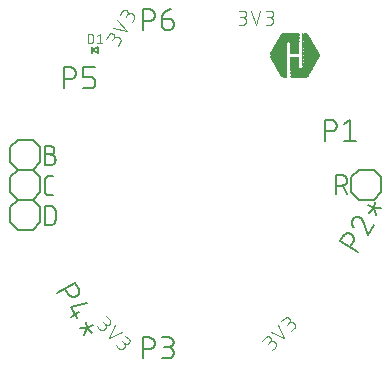
<source format=gbr>
G04 EAGLE Gerber RS-274X export*
G75*
%MOMM*%
%FSLAX34Y34*%
%LPD*%
%INSilkscreen Top*%
%IPPOS*%
%AMOC8*
5,1,8,0,0,1.08239X$1,22.5*%
G01*
%ADD10C,0.101600*%
%ADD11C,0.152400*%
%ADD12C,0.127000*%
%ADD13C,0.076200*%
%ADD14R,0.259075X0.015238*%
%ADD15R,1.310638X0.015238*%
%ADD16R,0.015238X0.015238*%
%ADD17R,0.304800X0.015238*%
%ADD18R,1.356356X0.015238*%
%ADD19R,0.335275X0.015238*%
%ADD20R,1.402075X0.015238*%
%ADD21R,0.365756X0.015238*%
%ADD22R,1.417319X0.015238*%
%ADD23R,0.381000X0.015238*%
%ADD24R,1.447800X0.015238*%
%ADD25R,0.396238X0.015238*%
%ADD26R,1.463037X0.015238*%
%ADD27R,0.411475X0.015238*%
%ADD28R,1.478275X0.015238*%
%ADD29R,0.426719X0.015238*%
%ADD30R,1.493519X0.015238*%
%ADD31R,0.441956X0.015238*%
%ADD32R,1.508756X0.015238*%
%ADD33R,0.457200X0.015238*%
%ADD34R,1.524000X0.015238*%
%ADD35R,0.472438X0.015238*%
%ADD36R,1.539238X0.015238*%
%ADD37R,0.487675X0.015238*%
%ADD38R,1.554475X0.015238*%
%ADD39R,0.502919X0.015238*%
%ADD40R,1.569719X0.015238*%
%ADD41R,0.518156X0.015238*%
%ADD42R,1.584956X0.015238*%
%ADD43R,0.533400X0.015238*%
%ADD44R,1.600200X0.015238*%
%ADD45R,0.548638X0.015238*%
%ADD46R,1.615438X0.015238*%
%ADD47R,0.563875X0.015238*%
%ADD48R,1.630675X0.015238*%
%ADD49R,0.579119X0.015238*%
%ADD50R,1.645919X0.015238*%
%ADD51R,0.594356X0.015238*%
%ADD52R,1.661156X0.015238*%
%ADD53R,0.609600X0.015238*%
%ADD54R,1.676400X0.015238*%
%ADD55R,0.624838X0.015238*%
%ADD56R,1.691638X0.015238*%
%ADD57R,0.640075X0.015238*%
%ADD58R,1.706875X0.015238*%
%ADD59R,0.655319X0.015238*%
%ADD60R,1.722119X0.015238*%
%ADD61R,0.670556X0.015238*%
%ADD62R,1.737356X0.015238*%
%ADD63R,0.685800X0.015238*%
%ADD64R,1.752600X0.015238*%
%ADD65R,0.701037X0.015238*%
%ADD66R,0.716275X0.015238*%
%ADD67R,0.731519X0.015238*%
%ADD68R,1.767838X0.015238*%
%ADD69R,1.783075X0.015238*%
%ADD70R,0.746756X0.015238*%
%ADD71R,1.798319X0.015238*%
%ADD72R,0.030481X0.015238*%
%ADD73R,0.762000X0.015238*%
%ADD74R,0.807719X0.015238*%
%ADD75R,0.868681X0.015238*%
%ADD76R,0.777238X0.015238*%
%ADD77R,0.853438X0.015238*%
%ADD78R,0.838200X0.015238*%
%ADD79R,0.792475X0.015238*%
%ADD80R,0.822963X0.015238*%
%ADD81R,0.822956X0.015238*%
%ADD82R,0.868675X0.015238*%
%ADD83R,0.883919X0.015238*%
%ADD84R,0.899156X0.015238*%
%ADD85R,0.914400X0.015238*%
%ADD86R,0.929638X0.015238*%
%ADD87R,0.944875X0.015238*%
%ADD88R,0.960119X0.015238*%
%ADD89R,0.975356X0.015238*%
%ADD90R,0.990600X0.015238*%
%ADD91R,1.005837X0.015238*%
%ADD92R,1.021075X0.015238*%
%ADD93R,1.036319X0.015238*%
%ADD94R,1.051556X0.015238*%
%ADD95R,1.066800X0.015238*%
%ADD96R,1.082037X0.015238*%
%ADD97R,1.097275X0.015238*%
%ADD98R,1.112519X0.015238*%
%ADD99R,1.127756X0.015238*%
%ADD100R,1.143000X0.015238*%
%ADD101R,1.158238X0.015238*%
%ADD102R,1.173475X0.015238*%
%ADD103R,1.188719X0.015238*%
%ADD104R,1.203956X0.015238*%
%ADD105R,1.219200X0.015238*%
%ADD106R,1.234438X0.015238*%
%ADD107R,1.249675X0.015238*%
%ADD108R,1.264919X0.015238*%
%ADD109R,1.280156X0.015238*%
%ADD110R,1.295400X0.015238*%
%ADD111R,1.325875X0.015238*%
%ADD112R,0.670563X0.015238*%
%ADD113R,1.341119X0.015238*%
%ADD114R,1.371600X0.015238*%
%ADD115R,1.386838X0.015238*%
%ADD116R,0.045719X0.015238*%
%ADD117R,0.060956X0.015238*%
%ADD118R,1.432556X0.015238*%
%ADD119R,0.106681X0.015238*%
%ADD120R,0.121919X0.015238*%
%ADD121R,0.152400X0.015238*%
%ADD122R,0.182875X0.015238*%
%ADD123R,0.030475X0.015238*%
%ADD124R,0.213363X0.015238*%
%ADD125R,0.076200X0.015238*%
%ADD126R,0.320038X0.015238*%
%ADD127R,0.243838X0.015238*%
%ADD128R,0.106675X0.015238*%
%ADD129R,0.274319X0.015238*%
%ADD130R,0.259081X0.015238*%
%ADD131R,0.198119X0.015238*%
%ADD132R,0.228600X0.015238*%


D10*
X36124Y284671D02*
X39370Y284671D01*
X39370Y284670D02*
X39483Y284672D01*
X39596Y284678D01*
X39709Y284688D01*
X39822Y284702D01*
X39934Y284719D01*
X40045Y284741D01*
X40155Y284766D01*
X40265Y284796D01*
X40373Y284829D01*
X40480Y284866D01*
X40586Y284906D01*
X40690Y284951D01*
X40793Y284999D01*
X40894Y285050D01*
X40993Y285105D01*
X41090Y285163D01*
X41185Y285225D01*
X41278Y285290D01*
X41368Y285358D01*
X41456Y285429D01*
X41542Y285504D01*
X41625Y285581D01*
X41705Y285661D01*
X41782Y285744D01*
X41857Y285830D01*
X41928Y285918D01*
X41996Y286008D01*
X42061Y286101D01*
X42123Y286196D01*
X42181Y286293D01*
X42236Y286392D01*
X42287Y286493D01*
X42335Y286596D01*
X42380Y286700D01*
X42420Y286806D01*
X42457Y286913D01*
X42490Y287021D01*
X42520Y287131D01*
X42545Y287241D01*
X42567Y287352D01*
X42584Y287464D01*
X42598Y287577D01*
X42608Y287690D01*
X42614Y287803D01*
X42616Y287916D01*
X42614Y288029D01*
X42608Y288142D01*
X42598Y288255D01*
X42584Y288368D01*
X42567Y288480D01*
X42545Y288591D01*
X42520Y288701D01*
X42490Y288811D01*
X42457Y288919D01*
X42420Y289026D01*
X42380Y289132D01*
X42335Y289236D01*
X42287Y289339D01*
X42236Y289440D01*
X42181Y289539D01*
X42123Y289636D01*
X42061Y289731D01*
X41996Y289824D01*
X41928Y289914D01*
X41857Y290002D01*
X41782Y290088D01*
X41705Y290171D01*
X41625Y290251D01*
X41542Y290328D01*
X41456Y290403D01*
X41368Y290474D01*
X41278Y290542D01*
X41185Y290607D01*
X41090Y290669D01*
X40993Y290727D01*
X40894Y290782D01*
X40793Y290833D01*
X40690Y290881D01*
X40586Y290926D01*
X40480Y290966D01*
X40373Y291003D01*
X40265Y291036D01*
X40155Y291066D01*
X40045Y291091D01*
X39934Y291113D01*
X39822Y291130D01*
X39709Y291144D01*
X39596Y291154D01*
X39483Y291160D01*
X39370Y291162D01*
X40019Y296355D02*
X36124Y296355D01*
X40019Y296354D02*
X40120Y296352D01*
X40220Y296346D01*
X40320Y296336D01*
X40420Y296323D01*
X40519Y296305D01*
X40618Y296284D01*
X40715Y296259D01*
X40812Y296230D01*
X40907Y296197D01*
X41001Y296161D01*
X41093Y296121D01*
X41184Y296078D01*
X41273Y296031D01*
X41360Y295981D01*
X41446Y295927D01*
X41529Y295870D01*
X41609Y295810D01*
X41688Y295747D01*
X41764Y295680D01*
X41837Y295611D01*
X41907Y295539D01*
X41975Y295465D01*
X42040Y295388D01*
X42101Y295308D01*
X42160Y295226D01*
X42215Y295142D01*
X42267Y295056D01*
X42316Y294968D01*
X42361Y294878D01*
X42403Y294786D01*
X42441Y294693D01*
X42475Y294598D01*
X42506Y294503D01*
X42533Y294406D01*
X42556Y294308D01*
X42576Y294209D01*
X42591Y294109D01*
X42603Y294009D01*
X42611Y293909D01*
X42615Y293808D01*
X42615Y293708D01*
X42611Y293607D01*
X42603Y293507D01*
X42591Y293407D01*
X42576Y293307D01*
X42556Y293208D01*
X42533Y293110D01*
X42506Y293013D01*
X42475Y292918D01*
X42441Y292823D01*
X42403Y292730D01*
X42361Y292638D01*
X42316Y292548D01*
X42267Y292460D01*
X42215Y292374D01*
X42160Y292290D01*
X42101Y292208D01*
X42040Y292128D01*
X41975Y292051D01*
X41907Y291977D01*
X41837Y291905D01*
X41764Y291836D01*
X41688Y291769D01*
X41609Y291706D01*
X41529Y291646D01*
X41446Y291589D01*
X41360Y291535D01*
X41273Y291485D01*
X41184Y291438D01*
X41093Y291395D01*
X41001Y291355D01*
X40907Y291319D01*
X40812Y291286D01*
X40715Y291257D01*
X40618Y291232D01*
X40519Y291211D01*
X40420Y291193D01*
X40320Y291180D01*
X40220Y291170D01*
X40120Y291164D01*
X40019Y291162D01*
X37423Y291162D01*
X46905Y296355D02*
X50800Y284671D01*
X54695Y296355D01*
X58984Y284671D02*
X62230Y284671D01*
X62230Y284670D02*
X62343Y284672D01*
X62456Y284678D01*
X62569Y284688D01*
X62682Y284702D01*
X62794Y284719D01*
X62905Y284741D01*
X63015Y284766D01*
X63125Y284796D01*
X63233Y284829D01*
X63340Y284866D01*
X63446Y284906D01*
X63550Y284951D01*
X63653Y284999D01*
X63754Y285050D01*
X63853Y285105D01*
X63950Y285163D01*
X64045Y285225D01*
X64138Y285290D01*
X64228Y285358D01*
X64316Y285429D01*
X64402Y285504D01*
X64485Y285581D01*
X64565Y285661D01*
X64642Y285744D01*
X64717Y285830D01*
X64788Y285918D01*
X64856Y286008D01*
X64921Y286101D01*
X64983Y286196D01*
X65041Y286293D01*
X65096Y286392D01*
X65147Y286493D01*
X65195Y286596D01*
X65240Y286700D01*
X65280Y286806D01*
X65317Y286913D01*
X65350Y287021D01*
X65380Y287131D01*
X65405Y287241D01*
X65427Y287352D01*
X65444Y287464D01*
X65458Y287577D01*
X65468Y287690D01*
X65474Y287803D01*
X65476Y287916D01*
X65474Y288029D01*
X65468Y288142D01*
X65458Y288255D01*
X65444Y288368D01*
X65427Y288480D01*
X65405Y288591D01*
X65380Y288701D01*
X65350Y288811D01*
X65317Y288919D01*
X65280Y289026D01*
X65240Y289132D01*
X65195Y289236D01*
X65147Y289339D01*
X65096Y289440D01*
X65041Y289539D01*
X64983Y289636D01*
X64921Y289731D01*
X64856Y289824D01*
X64788Y289914D01*
X64717Y290002D01*
X64642Y290088D01*
X64565Y290171D01*
X64485Y290251D01*
X64402Y290328D01*
X64316Y290403D01*
X64228Y290474D01*
X64138Y290542D01*
X64045Y290607D01*
X63950Y290669D01*
X63853Y290727D01*
X63754Y290782D01*
X63653Y290833D01*
X63550Y290881D01*
X63446Y290926D01*
X63340Y290966D01*
X63233Y291003D01*
X63125Y291036D01*
X63015Y291066D01*
X62905Y291091D01*
X62794Y291113D01*
X62682Y291130D01*
X62569Y291144D01*
X62456Y291154D01*
X62343Y291160D01*
X62230Y291162D01*
X62879Y296355D02*
X58984Y296355D01*
X62879Y296354D02*
X62980Y296352D01*
X63080Y296346D01*
X63180Y296336D01*
X63280Y296323D01*
X63379Y296305D01*
X63478Y296284D01*
X63575Y296259D01*
X63672Y296230D01*
X63767Y296197D01*
X63861Y296161D01*
X63953Y296121D01*
X64044Y296078D01*
X64133Y296031D01*
X64220Y295981D01*
X64306Y295927D01*
X64389Y295870D01*
X64469Y295810D01*
X64548Y295747D01*
X64624Y295680D01*
X64697Y295611D01*
X64767Y295539D01*
X64835Y295465D01*
X64900Y295388D01*
X64961Y295308D01*
X65020Y295226D01*
X65075Y295142D01*
X65127Y295056D01*
X65176Y294968D01*
X65221Y294878D01*
X65263Y294786D01*
X65301Y294693D01*
X65335Y294598D01*
X65366Y294503D01*
X65393Y294406D01*
X65416Y294308D01*
X65436Y294209D01*
X65451Y294109D01*
X65463Y294009D01*
X65471Y293909D01*
X65475Y293808D01*
X65475Y293708D01*
X65471Y293607D01*
X65463Y293507D01*
X65451Y293407D01*
X65436Y293307D01*
X65416Y293208D01*
X65393Y293110D01*
X65366Y293013D01*
X65335Y292918D01*
X65301Y292823D01*
X65263Y292730D01*
X65221Y292638D01*
X65176Y292548D01*
X65127Y292460D01*
X65075Y292374D01*
X65020Y292290D01*
X64961Y292208D01*
X64900Y292128D01*
X64835Y292051D01*
X64767Y291977D01*
X64697Y291905D01*
X64624Y291836D01*
X64548Y291769D01*
X64469Y291706D01*
X64389Y291646D01*
X64306Y291589D01*
X64220Y291535D01*
X64133Y291485D01*
X64044Y291438D01*
X63953Y291395D01*
X63861Y291355D01*
X63767Y291319D01*
X63672Y291286D01*
X63575Y291257D01*
X63478Y291232D01*
X63379Y291211D01*
X63280Y291193D01*
X63180Y291180D01*
X63080Y291170D01*
X62980Y291164D01*
X62879Y291162D01*
X60283Y291162D01*
D11*
X-120601Y140462D02*
X-124213Y140462D01*
X-124331Y140464D01*
X-124449Y140470D01*
X-124567Y140479D01*
X-124684Y140493D01*
X-124801Y140510D01*
X-124918Y140531D01*
X-125033Y140556D01*
X-125148Y140585D01*
X-125262Y140618D01*
X-125374Y140654D01*
X-125485Y140694D01*
X-125595Y140737D01*
X-125704Y140784D01*
X-125811Y140834D01*
X-125916Y140889D01*
X-126019Y140946D01*
X-126120Y141007D01*
X-126220Y141071D01*
X-126317Y141138D01*
X-126412Y141208D01*
X-126504Y141282D01*
X-126595Y141358D01*
X-126682Y141438D01*
X-126767Y141520D01*
X-126849Y141605D01*
X-126929Y141692D01*
X-127005Y141783D01*
X-127079Y141875D01*
X-127149Y141970D01*
X-127216Y142067D01*
X-127280Y142167D01*
X-127341Y142268D01*
X-127398Y142371D01*
X-127453Y142476D01*
X-127503Y142583D01*
X-127550Y142692D01*
X-127593Y142802D01*
X-127633Y142913D01*
X-127669Y143025D01*
X-127702Y143139D01*
X-127731Y143254D01*
X-127756Y143369D01*
X-127777Y143486D01*
X-127794Y143603D01*
X-127808Y143720D01*
X-127817Y143838D01*
X-127823Y143956D01*
X-127825Y144074D01*
X-127826Y144074D02*
X-127826Y153106D01*
X-127825Y153106D02*
X-127823Y153224D01*
X-127817Y153342D01*
X-127808Y153460D01*
X-127794Y153577D01*
X-127777Y153694D01*
X-127756Y153811D01*
X-127731Y153926D01*
X-127702Y154041D01*
X-127669Y154155D01*
X-127633Y154267D01*
X-127593Y154378D01*
X-127550Y154488D01*
X-127503Y154597D01*
X-127453Y154704D01*
X-127398Y154809D01*
X-127341Y154912D01*
X-127280Y155013D01*
X-127216Y155113D01*
X-127149Y155210D01*
X-127079Y155305D01*
X-127005Y155397D01*
X-126929Y155488D01*
X-126849Y155575D01*
X-126767Y155660D01*
X-126682Y155742D01*
X-126595Y155822D01*
X-126504Y155898D01*
X-126412Y155972D01*
X-126317Y156042D01*
X-126220Y156109D01*
X-126120Y156173D01*
X-126019Y156234D01*
X-125916Y156291D01*
X-125811Y156346D01*
X-125704Y156396D01*
X-125595Y156443D01*
X-125485Y156486D01*
X-125374Y156526D01*
X-125262Y156562D01*
X-125148Y156595D01*
X-125033Y156624D01*
X-124918Y156649D01*
X-124801Y156670D01*
X-124684Y156687D01*
X-124567Y156701D01*
X-124449Y156710D01*
X-124331Y156716D01*
X-124213Y156718D01*
X-120601Y156718D01*
X-127826Y131318D02*
X-127826Y115062D01*
X-127826Y131318D02*
X-123310Y131318D01*
X-123179Y131316D01*
X-123047Y131310D01*
X-122916Y131301D01*
X-122786Y131287D01*
X-122655Y131270D01*
X-122526Y131249D01*
X-122397Y131225D01*
X-122269Y131196D01*
X-122141Y131164D01*
X-122015Y131128D01*
X-121890Y131089D01*
X-121765Y131046D01*
X-121643Y130999D01*
X-121521Y130949D01*
X-121401Y130895D01*
X-121283Y130838D01*
X-121167Y130777D01*
X-121052Y130713D01*
X-120939Y130646D01*
X-120828Y130575D01*
X-120720Y130501D01*
X-120613Y130424D01*
X-120509Y130344D01*
X-120407Y130261D01*
X-120308Y130176D01*
X-120211Y130087D01*
X-120117Y129995D01*
X-120025Y129901D01*
X-119936Y129804D01*
X-119851Y129705D01*
X-119768Y129603D01*
X-119688Y129499D01*
X-119611Y129392D01*
X-119537Y129284D01*
X-119466Y129173D01*
X-119399Y129060D01*
X-119335Y128945D01*
X-119274Y128829D01*
X-119217Y128711D01*
X-119163Y128591D01*
X-119113Y128469D01*
X-119066Y128347D01*
X-119023Y128222D01*
X-118984Y128097D01*
X-118948Y127971D01*
X-118916Y127843D01*
X-118887Y127715D01*
X-118863Y127586D01*
X-118842Y127457D01*
X-118825Y127326D01*
X-118811Y127196D01*
X-118802Y127065D01*
X-118796Y126933D01*
X-118794Y126802D01*
X-118794Y119578D01*
X-118796Y119447D01*
X-118802Y119315D01*
X-118811Y119184D01*
X-118825Y119054D01*
X-118842Y118923D01*
X-118863Y118794D01*
X-118887Y118665D01*
X-118916Y118537D01*
X-118948Y118409D01*
X-118984Y118283D01*
X-119023Y118158D01*
X-119066Y118033D01*
X-119113Y117911D01*
X-119163Y117789D01*
X-119217Y117669D01*
X-119274Y117551D01*
X-119335Y117435D01*
X-119399Y117320D01*
X-119466Y117207D01*
X-119537Y117096D01*
X-119611Y116988D01*
X-119688Y116881D01*
X-119768Y116777D01*
X-119851Y116675D01*
X-119936Y116576D01*
X-120025Y116479D01*
X-120117Y116385D01*
X-120211Y116293D01*
X-120308Y116204D01*
X-120407Y116119D01*
X-120509Y116036D01*
X-120613Y115956D01*
X-120720Y115879D01*
X-120828Y115805D01*
X-120939Y115734D01*
X-121052Y115667D01*
X-121167Y115603D01*
X-121283Y115542D01*
X-121401Y115485D01*
X-121521Y115431D01*
X-121643Y115381D01*
X-121765Y115334D01*
X-121890Y115291D01*
X-122015Y115252D01*
X-122141Y115216D01*
X-122269Y115184D01*
X-122397Y115155D01*
X-122526Y115131D01*
X-122655Y115110D01*
X-122786Y115093D01*
X-122916Y115079D01*
X-123047Y115070D01*
X-123179Y115064D01*
X-123310Y115062D01*
X-127826Y115062D01*
D10*
X64534Y9032D02*
X66829Y11327D01*
X66908Y11408D01*
X66984Y11492D01*
X67057Y11579D01*
X67126Y11669D01*
X67193Y11760D01*
X67256Y11854D01*
X67316Y11950D01*
X67373Y12048D01*
X67426Y12148D01*
X67476Y12250D01*
X67522Y12354D01*
X67564Y12459D01*
X67603Y12565D01*
X67638Y12673D01*
X67669Y12782D01*
X67697Y12892D01*
X67720Y13003D01*
X67740Y13114D01*
X67756Y13226D01*
X67768Y13339D01*
X67776Y13452D01*
X67780Y13565D01*
X67780Y13679D01*
X67776Y13792D01*
X67768Y13905D01*
X67756Y14018D01*
X67740Y14130D01*
X67720Y14241D01*
X67697Y14352D01*
X67669Y14462D01*
X67638Y14571D01*
X67603Y14679D01*
X67564Y14785D01*
X67522Y14890D01*
X67476Y14994D01*
X67426Y15096D01*
X67373Y15196D01*
X67316Y15294D01*
X67256Y15390D01*
X67193Y15484D01*
X67126Y15575D01*
X67057Y15665D01*
X66984Y15752D01*
X66908Y15836D01*
X66829Y15917D01*
X66748Y15996D01*
X66664Y16072D01*
X66577Y16145D01*
X66488Y16214D01*
X66396Y16281D01*
X66302Y16344D01*
X66206Y16404D01*
X66108Y16461D01*
X66008Y16514D01*
X65906Y16564D01*
X65802Y16610D01*
X65697Y16652D01*
X65591Y16691D01*
X65483Y16726D01*
X65374Y16757D01*
X65264Y16785D01*
X65153Y16808D01*
X65042Y16828D01*
X64930Y16844D01*
X64817Y16856D01*
X64704Y16864D01*
X64591Y16868D01*
X64477Y16868D01*
X64364Y16864D01*
X64251Y16856D01*
X64138Y16844D01*
X64026Y16828D01*
X63915Y16808D01*
X63804Y16785D01*
X63694Y16757D01*
X63585Y16726D01*
X63477Y16691D01*
X63371Y16652D01*
X63266Y16610D01*
X63162Y16564D01*
X63060Y16514D01*
X62960Y16461D01*
X62862Y16404D01*
X62766Y16344D01*
X62672Y16281D01*
X62581Y16214D01*
X62491Y16145D01*
X62404Y16072D01*
X62320Y15996D01*
X62239Y15917D01*
X59026Y20048D02*
X56272Y17294D01*
X59026Y20048D02*
X59099Y20117D01*
X59174Y20184D01*
X59252Y20248D01*
X59332Y20309D01*
X59415Y20367D01*
X59499Y20421D01*
X59586Y20473D01*
X59674Y20520D01*
X59765Y20565D01*
X59857Y20606D01*
X59951Y20643D01*
X60045Y20676D01*
X60142Y20706D01*
X60239Y20732D01*
X60337Y20754D01*
X60436Y20773D01*
X60536Y20787D01*
X60636Y20798D01*
X60736Y20805D01*
X60837Y20808D01*
X60938Y20807D01*
X61038Y20802D01*
X61138Y20793D01*
X61238Y20781D01*
X61338Y20764D01*
X61436Y20744D01*
X61534Y20720D01*
X61631Y20692D01*
X61726Y20660D01*
X61820Y20625D01*
X61913Y20586D01*
X62005Y20543D01*
X62094Y20497D01*
X62182Y20448D01*
X62267Y20395D01*
X62351Y20339D01*
X62432Y20279D01*
X62511Y20217D01*
X62588Y20151D01*
X62662Y20083D01*
X62733Y20012D01*
X62801Y19938D01*
X62867Y19861D01*
X62929Y19782D01*
X62989Y19701D01*
X63045Y19617D01*
X63098Y19532D01*
X63147Y19444D01*
X63193Y19355D01*
X63236Y19263D01*
X63275Y19170D01*
X63310Y19076D01*
X63342Y18981D01*
X63370Y18884D01*
X63394Y18786D01*
X63414Y18688D01*
X63431Y18588D01*
X63443Y18488D01*
X63452Y18388D01*
X63457Y18288D01*
X63458Y18187D01*
X63455Y18086D01*
X63448Y17986D01*
X63437Y17886D01*
X63423Y17786D01*
X63404Y17687D01*
X63382Y17589D01*
X63356Y17492D01*
X63326Y17395D01*
X63293Y17301D01*
X63256Y17207D01*
X63215Y17115D01*
X63170Y17024D01*
X63123Y16936D01*
X63071Y16849D01*
X63017Y16765D01*
X62959Y16682D01*
X62898Y16602D01*
X62834Y16524D01*
X62767Y16449D01*
X62698Y16376D01*
X60862Y14540D01*
X63895Y24917D02*
X74911Y19409D01*
X69403Y30425D01*
X80698Y25196D02*
X82993Y27491D01*
X83072Y27572D01*
X83148Y27656D01*
X83221Y27743D01*
X83290Y27833D01*
X83357Y27924D01*
X83420Y28018D01*
X83480Y28114D01*
X83537Y28212D01*
X83590Y28312D01*
X83640Y28414D01*
X83686Y28518D01*
X83728Y28623D01*
X83767Y28729D01*
X83802Y28837D01*
X83833Y28946D01*
X83861Y29056D01*
X83884Y29167D01*
X83904Y29278D01*
X83920Y29390D01*
X83932Y29503D01*
X83940Y29616D01*
X83944Y29729D01*
X83944Y29843D01*
X83940Y29956D01*
X83932Y30069D01*
X83920Y30182D01*
X83904Y30294D01*
X83884Y30405D01*
X83861Y30516D01*
X83833Y30626D01*
X83802Y30735D01*
X83767Y30843D01*
X83728Y30949D01*
X83686Y31054D01*
X83640Y31158D01*
X83590Y31260D01*
X83537Y31360D01*
X83480Y31458D01*
X83420Y31554D01*
X83357Y31648D01*
X83290Y31739D01*
X83221Y31829D01*
X83148Y31916D01*
X83072Y32000D01*
X82993Y32081D01*
X82912Y32160D01*
X82828Y32236D01*
X82741Y32309D01*
X82652Y32378D01*
X82560Y32445D01*
X82466Y32508D01*
X82370Y32568D01*
X82272Y32625D01*
X82172Y32678D01*
X82070Y32728D01*
X81966Y32774D01*
X81861Y32816D01*
X81755Y32855D01*
X81647Y32890D01*
X81538Y32921D01*
X81428Y32949D01*
X81317Y32972D01*
X81206Y32992D01*
X81094Y33008D01*
X80981Y33020D01*
X80868Y33028D01*
X80755Y33032D01*
X80641Y33032D01*
X80528Y33028D01*
X80415Y33020D01*
X80302Y33008D01*
X80190Y32992D01*
X80079Y32972D01*
X79968Y32949D01*
X79858Y32921D01*
X79749Y32890D01*
X79641Y32855D01*
X79535Y32816D01*
X79430Y32774D01*
X79326Y32728D01*
X79224Y32678D01*
X79124Y32625D01*
X79026Y32568D01*
X78930Y32508D01*
X78836Y32445D01*
X78745Y32378D01*
X78655Y32309D01*
X78568Y32236D01*
X78484Y32160D01*
X78403Y32081D01*
X75190Y36212D02*
X72436Y33458D01*
X75190Y36212D02*
X75263Y36281D01*
X75338Y36348D01*
X75416Y36412D01*
X75496Y36473D01*
X75579Y36531D01*
X75663Y36585D01*
X75750Y36637D01*
X75838Y36684D01*
X75929Y36729D01*
X76021Y36770D01*
X76115Y36807D01*
X76209Y36840D01*
X76306Y36870D01*
X76403Y36896D01*
X76501Y36918D01*
X76600Y36937D01*
X76700Y36951D01*
X76800Y36962D01*
X76900Y36969D01*
X77001Y36972D01*
X77102Y36971D01*
X77202Y36966D01*
X77302Y36957D01*
X77402Y36945D01*
X77502Y36928D01*
X77600Y36908D01*
X77698Y36884D01*
X77795Y36856D01*
X77890Y36824D01*
X77984Y36789D01*
X78077Y36750D01*
X78169Y36707D01*
X78258Y36661D01*
X78346Y36612D01*
X78431Y36559D01*
X78515Y36503D01*
X78596Y36443D01*
X78675Y36381D01*
X78752Y36315D01*
X78826Y36247D01*
X78897Y36176D01*
X78965Y36102D01*
X79031Y36025D01*
X79093Y35946D01*
X79153Y35865D01*
X79209Y35781D01*
X79262Y35696D01*
X79311Y35608D01*
X79357Y35519D01*
X79400Y35427D01*
X79439Y35334D01*
X79474Y35240D01*
X79506Y35145D01*
X79534Y35048D01*
X79558Y34950D01*
X79578Y34852D01*
X79595Y34752D01*
X79607Y34652D01*
X79616Y34552D01*
X79621Y34452D01*
X79622Y34351D01*
X79619Y34250D01*
X79612Y34150D01*
X79601Y34050D01*
X79587Y33950D01*
X79568Y33851D01*
X79546Y33753D01*
X79520Y33656D01*
X79490Y33559D01*
X79457Y33465D01*
X79420Y33371D01*
X79379Y33279D01*
X79334Y33188D01*
X79287Y33100D01*
X79235Y33013D01*
X79181Y32929D01*
X79123Y32846D01*
X79062Y32766D01*
X78998Y32688D01*
X78931Y32613D01*
X78862Y32540D01*
X77026Y30704D01*
D11*
X-101915Y66064D02*
X-117312Y57174D01*
X-101915Y66064D02*
X-99445Y61787D01*
X-99377Y61664D01*
X-99312Y61541D01*
X-99251Y61415D01*
X-99193Y61287D01*
X-99139Y61159D01*
X-99089Y61028D01*
X-99042Y60896D01*
X-98999Y60763D01*
X-98960Y60629D01*
X-98925Y60494D01*
X-98894Y60358D01*
X-98866Y60220D01*
X-98843Y60083D01*
X-98823Y59944D01*
X-98807Y59805D01*
X-98795Y59666D01*
X-98787Y59527D01*
X-98783Y59387D01*
X-98783Y59247D01*
X-98787Y59107D01*
X-98795Y58968D01*
X-98807Y58829D01*
X-98823Y58690D01*
X-98843Y58551D01*
X-98866Y58414D01*
X-98894Y58276D01*
X-98925Y58140D01*
X-98960Y58005D01*
X-98999Y57871D01*
X-99042Y57738D01*
X-99089Y57606D01*
X-99139Y57475D01*
X-99193Y57347D01*
X-99251Y57219D01*
X-99312Y57093D01*
X-99377Y56970D01*
X-99445Y56847D01*
X-99516Y56727D01*
X-99591Y56609D01*
X-99670Y56494D01*
X-99751Y56380D01*
X-99836Y56269D01*
X-99924Y56160D01*
X-100014Y56054D01*
X-100108Y55950D01*
X-100205Y55849D01*
X-100305Y55751D01*
X-100407Y55656D01*
X-100512Y55564D01*
X-100619Y55474D01*
X-100729Y55388D01*
X-100842Y55305D01*
X-100956Y55225D01*
X-101073Y55148D01*
X-101192Y55075D01*
X-101313Y55005D01*
X-101436Y54939D01*
X-101561Y54876D01*
X-101688Y54816D01*
X-101816Y54761D01*
X-101946Y54709D01*
X-102077Y54660D01*
X-102209Y54615D01*
X-102343Y54574D01*
X-102477Y54537D01*
X-102613Y54504D01*
X-102750Y54475D01*
X-102887Y54449D01*
X-103025Y54427D01*
X-103164Y54410D01*
X-103303Y54396D01*
X-103443Y54386D01*
X-103582Y54380D01*
X-103722Y54378D01*
X-103862Y54380D01*
X-104001Y54386D01*
X-104141Y54396D01*
X-104280Y54410D01*
X-104419Y54427D01*
X-104557Y54449D01*
X-104694Y54475D01*
X-104831Y54504D01*
X-104967Y54537D01*
X-105101Y54575D01*
X-105235Y54615D01*
X-105367Y54660D01*
X-105499Y54709D01*
X-105628Y54761D01*
X-105756Y54816D01*
X-105883Y54876D01*
X-106008Y54939D01*
X-106131Y55005D01*
X-106252Y55075D01*
X-106371Y55148D01*
X-106488Y55225D01*
X-106602Y55305D01*
X-106715Y55388D01*
X-106825Y55474D01*
X-106932Y55564D01*
X-107037Y55656D01*
X-107139Y55751D01*
X-107239Y55849D01*
X-107336Y55950D01*
X-107430Y56054D01*
X-107520Y56160D01*
X-107608Y56269D01*
X-107693Y56380D01*
X-107774Y56494D01*
X-107853Y56609D01*
X-107928Y56727D01*
X-107999Y56848D01*
X-110469Y61125D01*
X-105893Y45297D02*
X-91941Y48790D01*
X-105893Y45297D02*
X-100954Y36743D01*
X-99014Y41285D02*
X-105858Y37334D01*
X-92203Y27512D02*
X-87070Y30475D01*
X-92203Y27512D02*
X-94324Y22295D01*
X-92203Y27512D02*
X-97781Y28283D01*
X-92203Y27512D02*
X-87776Y23795D01*
X-92203Y27512D02*
X-93208Y33204D01*
X-111361Y230823D02*
X-111361Y248603D01*
X-106423Y248603D01*
X-106283Y248601D01*
X-106144Y248595D01*
X-106004Y248585D01*
X-105865Y248571D01*
X-105726Y248554D01*
X-105588Y248532D01*
X-105451Y248506D01*
X-105314Y248477D01*
X-105178Y248444D01*
X-105044Y248407D01*
X-104910Y248366D01*
X-104778Y248321D01*
X-104646Y248272D01*
X-104517Y248220D01*
X-104389Y248165D01*
X-104262Y248105D01*
X-104137Y248042D01*
X-104014Y247976D01*
X-103893Y247906D01*
X-103774Y247833D01*
X-103657Y247756D01*
X-103543Y247676D01*
X-103430Y247593D01*
X-103320Y247507D01*
X-103213Y247417D01*
X-103108Y247325D01*
X-103006Y247230D01*
X-102906Y247132D01*
X-102809Y247031D01*
X-102715Y246927D01*
X-102625Y246821D01*
X-102537Y246712D01*
X-102452Y246601D01*
X-102371Y246487D01*
X-102292Y246372D01*
X-102217Y246254D01*
X-102146Y246134D01*
X-102078Y246011D01*
X-102013Y245888D01*
X-101952Y245762D01*
X-101894Y245634D01*
X-101840Y245506D01*
X-101790Y245375D01*
X-101743Y245243D01*
X-101700Y245110D01*
X-101661Y244976D01*
X-101626Y244841D01*
X-101595Y244705D01*
X-101567Y244567D01*
X-101544Y244430D01*
X-101524Y244291D01*
X-101508Y244152D01*
X-101496Y244013D01*
X-101488Y243874D01*
X-101484Y243734D01*
X-101484Y243594D01*
X-101488Y243454D01*
X-101496Y243315D01*
X-101508Y243176D01*
X-101524Y243037D01*
X-101544Y242898D01*
X-101567Y242761D01*
X-101595Y242623D01*
X-101626Y242487D01*
X-101661Y242352D01*
X-101700Y242218D01*
X-101743Y242085D01*
X-101790Y241953D01*
X-101840Y241822D01*
X-101894Y241694D01*
X-101952Y241566D01*
X-102013Y241440D01*
X-102078Y241317D01*
X-102146Y241195D01*
X-102217Y241074D01*
X-102292Y240956D01*
X-102371Y240841D01*
X-102452Y240727D01*
X-102537Y240616D01*
X-102625Y240507D01*
X-102715Y240401D01*
X-102809Y240297D01*
X-102906Y240196D01*
X-103006Y240098D01*
X-103108Y240003D01*
X-103213Y239911D01*
X-103320Y239821D01*
X-103430Y239735D01*
X-103543Y239652D01*
X-103657Y239572D01*
X-103774Y239495D01*
X-103893Y239422D01*
X-104014Y239352D01*
X-104137Y239286D01*
X-104262Y239223D01*
X-104389Y239163D01*
X-104517Y239108D01*
X-104646Y239056D01*
X-104778Y239007D01*
X-104910Y238962D01*
X-105044Y238921D01*
X-105178Y238884D01*
X-105314Y238851D01*
X-105451Y238822D01*
X-105588Y238796D01*
X-105726Y238774D01*
X-105865Y238757D01*
X-106004Y238743D01*
X-106144Y238733D01*
X-106283Y238727D01*
X-106423Y238725D01*
X-111361Y238725D01*
X-95366Y230823D02*
X-89440Y230823D01*
X-89316Y230825D01*
X-89192Y230831D01*
X-89068Y230841D01*
X-88945Y230854D01*
X-88822Y230872D01*
X-88700Y230893D01*
X-88578Y230918D01*
X-88457Y230947D01*
X-88338Y230980D01*
X-88219Y231016D01*
X-88102Y231057D01*
X-87986Y231100D01*
X-87871Y231148D01*
X-87758Y231199D01*
X-87646Y231254D01*
X-87537Y231312D01*
X-87429Y231373D01*
X-87323Y231438D01*
X-87219Y231506D01*
X-87118Y231578D01*
X-87018Y231652D01*
X-86922Y231730D01*
X-86827Y231810D01*
X-86735Y231894D01*
X-86646Y231980D01*
X-86560Y232069D01*
X-86476Y232161D01*
X-86396Y232256D01*
X-86318Y232352D01*
X-86244Y232452D01*
X-86172Y232553D01*
X-86104Y232657D01*
X-86039Y232763D01*
X-85978Y232871D01*
X-85920Y232980D01*
X-85865Y233092D01*
X-85814Y233205D01*
X-85766Y233320D01*
X-85723Y233436D01*
X-85682Y233553D01*
X-85646Y233672D01*
X-85613Y233791D01*
X-85584Y233912D01*
X-85559Y234034D01*
X-85538Y234156D01*
X-85520Y234279D01*
X-85507Y234402D01*
X-85497Y234526D01*
X-85491Y234650D01*
X-85489Y234774D01*
X-85489Y236749D01*
X-85491Y236873D01*
X-85497Y236997D01*
X-85507Y237121D01*
X-85520Y237244D01*
X-85538Y237367D01*
X-85559Y237489D01*
X-85584Y237611D01*
X-85613Y237732D01*
X-85646Y237851D01*
X-85682Y237970D01*
X-85723Y238087D01*
X-85766Y238203D01*
X-85814Y238318D01*
X-85865Y238431D01*
X-85920Y238543D01*
X-85978Y238652D01*
X-86039Y238760D01*
X-86104Y238866D01*
X-86172Y238970D01*
X-86244Y239071D01*
X-86318Y239171D01*
X-86396Y239267D01*
X-86476Y239362D01*
X-86560Y239454D01*
X-86646Y239543D01*
X-86735Y239629D01*
X-86827Y239713D01*
X-86922Y239793D01*
X-87018Y239871D01*
X-87118Y239945D01*
X-87219Y240017D01*
X-87323Y240085D01*
X-87429Y240150D01*
X-87537Y240211D01*
X-87646Y240269D01*
X-87758Y240324D01*
X-87871Y240375D01*
X-87986Y240423D01*
X-88102Y240466D01*
X-88219Y240507D01*
X-88338Y240543D01*
X-88457Y240576D01*
X-88578Y240605D01*
X-88700Y240630D01*
X-88822Y240651D01*
X-88945Y240669D01*
X-89068Y240682D01*
X-89192Y240692D01*
X-89316Y240698D01*
X-89440Y240700D01*
X-95366Y240700D01*
X-95366Y248603D01*
X-85489Y248603D01*
X109301Y204153D02*
X109301Y186373D01*
X109301Y204153D02*
X114240Y204153D01*
X114380Y204151D01*
X114519Y204145D01*
X114659Y204135D01*
X114798Y204121D01*
X114937Y204104D01*
X115075Y204082D01*
X115212Y204056D01*
X115349Y204027D01*
X115485Y203994D01*
X115619Y203957D01*
X115753Y203916D01*
X115885Y203871D01*
X116017Y203822D01*
X116146Y203770D01*
X116274Y203715D01*
X116401Y203655D01*
X116526Y203592D01*
X116649Y203526D01*
X116770Y203456D01*
X116889Y203383D01*
X117006Y203306D01*
X117120Y203226D01*
X117233Y203143D01*
X117343Y203057D01*
X117450Y202967D01*
X117555Y202875D01*
X117657Y202780D01*
X117757Y202682D01*
X117854Y202581D01*
X117948Y202477D01*
X118038Y202371D01*
X118126Y202262D01*
X118211Y202151D01*
X118292Y202037D01*
X118371Y201922D01*
X118446Y201804D01*
X118517Y201684D01*
X118585Y201561D01*
X118650Y201438D01*
X118711Y201312D01*
X118769Y201184D01*
X118823Y201056D01*
X118873Y200925D01*
X118920Y200793D01*
X118963Y200660D01*
X119002Y200526D01*
X119037Y200391D01*
X119068Y200255D01*
X119096Y200117D01*
X119119Y199980D01*
X119139Y199841D01*
X119155Y199702D01*
X119167Y199563D01*
X119175Y199424D01*
X119179Y199284D01*
X119179Y199144D01*
X119175Y199004D01*
X119167Y198865D01*
X119155Y198726D01*
X119139Y198587D01*
X119119Y198448D01*
X119096Y198311D01*
X119068Y198173D01*
X119037Y198037D01*
X119002Y197902D01*
X118963Y197768D01*
X118920Y197635D01*
X118873Y197503D01*
X118823Y197372D01*
X118769Y197244D01*
X118711Y197116D01*
X118650Y196990D01*
X118585Y196867D01*
X118517Y196745D01*
X118446Y196624D01*
X118371Y196506D01*
X118292Y196391D01*
X118211Y196277D01*
X118126Y196166D01*
X118038Y196057D01*
X117948Y195951D01*
X117854Y195847D01*
X117757Y195746D01*
X117657Y195648D01*
X117555Y195553D01*
X117450Y195461D01*
X117343Y195371D01*
X117233Y195285D01*
X117120Y195202D01*
X117006Y195122D01*
X116889Y195045D01*
X116770Y194972D01*
X116649Y194902D01*
X116526Y194836D01*
X116401Y194773D01*
X116274Y194713D01*
X116146Y194658D01*
X116017Y194606D01*
X115885Y194557D01*
X115753Y194512D01*
X115619Y194471D01*
X115485Y194434D01*
X115349Y194401D01*
X115212Y194372D01*
X115075Y194346D01*
X114937Y194324D01*
X114798Y194307D01*
X114659Y194293D01*
X114519Y194283D01*
X114380Y194277D01*
X114240Y194275D01*
X109301Y194275D01*
X125296Y200201D02*
X130235Y204153D01*
X130235Y186373D01*
X125296Y186373D02*
X135174Y186373D01*
X122244Y101420D02*
X137642Y92530D01*
X122244Y101420D02*
X124714Y105698D01*
X124785Y105818D01*
X124860Y105936D01*
X124939Y106051D01*
X125020Y106165D01*
X125105Y106276D01*
X125193Y106385D01*
X125283Y106491D01*
X125377Y106595D01*
X125474Y106696D01*
X125574Y106794D01*
X125676Y106889D01*
X125781Y106981D01*
X125888Y107071D01*
X125998Y107157D01*
X126111Y107240D01*
X126225Y107320D01*
X126342Y107397D01*
X126461Y107470D01*
X126582Y107540D01*
X126705Y107606D01*
X126830Y107669D01*
X126957Y107729D01*
X127085Y107784D01*
X127215Y107836D01*
X127346Y107885D01*
X127478Y107930D01*
X127612Y107971D01*
X127746Y108008D01*
X127882Y108041D01*
X128019Y108070D01*
X128156Y108096D01*
X128294Y108118D01*
X128433Y108135D01*
X128572Y108149D01*
X128712Y108159D01*
X128851Y108165D01*
X128991Y108167D01*
X129131Y108165D01*
X129270Y108159D01*
X129410Y108149D01*
X129549Y108135D01*
X129688Y108118D01*
X129826Y108096D01*
X129963Y108070D01*
X130100Y108041D01*
X130236Y108008D01*
X130370Y107970D01*
X130504Y107930D01*
X130636Y107885D01*
X130768Y107836D01*
X130897Y107784D01*
X131025Y107729D01*
X131152Y107669D01*
X131277Y107606D01*
X131400Y107540D01*
X131521Y107470D01*
X131640Y107397D01*
X131757Y107320D01*
X131871Y107240D01*
X131984Y107157D01*
X132094Y107071D01*
X132201Y106981D01*
X132306Y106889D01*
X132408Y106794D01*
X132508Y106696D01*
X132605Y106595D01*
X132699Y106491D01*
X132789Y106385D01*
X132877Y106276D01*
X132962Y106165D01*
X133043Y106051D01*
X133122Y105936D01*
X133197Y105818D01*
X133268Y105697D01*
X133336Y105575D01*
X133401Y105452D01*
X133462Y105326D01*
X133520Y105198D01*
X133574Y105070D01*
X133624Y104939D01*
X133671Y104807D01*
X133714Y104674D01*
X133753Y104540D01*
X133788Y104405D01*
X133819Y104269D01*
X133847Y104131D01*
X133870Y103994D01*
X133890Y103855D01*
X133906Y103716D01*
X133918Y103577D01*
X133926Y103438D01*
X133930Y103298D01*
X133930Y103158D01*
X133926Y103018D01*
X133918Y102879D01*
X133906Y102740D01*
X133890Y102601D01*
X133870Y102462D01*
X133847Y102324D01*
X133819Y102187D01*
X133788Y102051D01*
X133753Y101916D01*
X133714Y101782D01*
X133671Y101649D01*
X133624Y101517D01*
X133574Y101386D01*
X133520Y101257D01*
X133462Y101130D01*
X133401Y101004D01*
X133336Y100881D01*
X133268Y100758D01*
X133268Y100759D02*
X130799Y96482D01*
X132959Y119978D02*
X133026Y120091D01*
X133097Y120202D01*
X133171Y120311D01*
X133248Y120417D01*
X133329Y120522D01*
X133412Y120623D01*
X133499Y120723D01*
X133588Y120820D01*
X133680Y120914D01*
X133775Y121005D01*
X133873Y121093D01*
X133973Y121179D01*
X134076Y121261D01*
X134181Y121341D01*
X134289Y121417D01*
X134398Y121490D01*
X134510Y121560D01*
X134624Y121626D01*
X134739Y121689D01*
X134857Y121749D01*
X134976Y121805D01*
X135097Y121857D01*
X135219Y121906D01*
X135343Y121952D01*
X135468Y121993D01*
X135594Y122031D01*
X135721Y122065D01*
X135849Y122095D01*
X135979Y122122D01*
X136108Y122145D01*
X136239Y122163D01*
X136370Y122178D01*
X136501Y122189D01*
X136632Y122197D01*
X136764Y122200D01*
X136896Y122199D01*
X137027Y122195D01*
X137159Y122186D01*
X137290Y122174D01*
X137421Y122158D01*
X137551Y122137D01*
X137681Y122114D01*
X137809Y122086D01*
X137937Y122054D01*
X138064Y122019D01*
X138190Y121980D01*
X138315Y121937D01*
X138438Y121890D01*
X138560Y121840D01*
X138680Y121787D01*
X138799Y121729D01*
X138915Y121669D01*
X139030Y121604D01*
X132958Y119978D02*
X132885Y119847D01*
X132815Y119715D01*
X132749Y119580D01*
X132687Y119444D01*
X132628Y119307D01*
X132572Y119168D01*
X132520Y119028D01*
X132472Y118886D01*
X132428Y118743D01*
X132387Y118599D01*
X132351Y118454D01*
X132318Y118308D01*
X132288Y118161D01*
X132263Y118014D01*
X132242Y117866D01*
X132224Y117717D01*
X132210Y117568D01*
X132201Y117419D01*
X132195Y117269D01*
X132193Y117120D01*
X132195Y116970D01*
X132201Y116821D01*
X132211Y116671D01*
X132225Y116522D01*
X132242Y116374D01*
X132264Y116226D01*
X132289Y116078D01*
X132318Y115932D01*
X132352Y115786D01*
X132388Y115641D01*
X132429Y115497D01*
X132474Y115354D01*
X132522Y115212D01*
X132574Y115072D01*
X132629Y114933D01*
X132688Y114795D01*
X132751Y114660D01*
X132817Y114525D01*
X132887Y114393D01*
X132960Y114263D01*
X133037Y114134D01*
X133117Y114008D01*
X133200Y113883D01*
X133287Y113761D01*
X133376Y113641D01*
X133469Y113524D01*
X133565Y113409D01*
X133664Y113297D01*
X141283Y118593D02*
X141250Y118722D01*
X141213Y118850D01*
X141173Y118977D01*
X141129Y119103D01*
X141082Y119228D01*
X141031Y119351D01*
X140977Y119473D01*
X140919Y119593D01*
X140858Y119711D01*
X140794Y119828D01*
X140726Y119943D01*
X140656Y120056D01*
X140582Y120167D01*
X140505Y120276D01*
X140425Y120383D01*
X140342Y120487D01*
X140257Y120590D01*
X140168Y120689D01*
X140077Y120786D01*
X139983Y120881D01*
X139887Y120973D01*
X139788Y121062D01*
X139686Y121148D01*
X139582Y121232D01*
X139476Y121313D01*
X139368Y121390D01*
X139257Y121465D01*
X139145Y121536D01*
X139030Y121604D01*
X141283Y118593D02*
X145640Y106382D01*
X150579Y114937D01*
X150775Y129107D02*
X145643Y132070D01*
X150775Y129107D02*
X156354Y129878D01*
X150775Y129107D02*
X152896Y123890D01*
X150775Y129107D02*
X151781Y134799D01*
X150775Y129107D02*
X146348Y125390D01*
D10*
X-65778Y266945D02*
X-64156Y269755D01*
X-64155Y269755D02*
X-64100Y269854D01*
X-64049Y269955D01*
X-64001Y270058D01*
X-63956Y270162D01*
X-63916Y270268D01*
X-63879Y270375D01*
X-63846Y270483D01*
X-63816Y270593D01*
X-63791Y270703D01*
X-63769Y270814D01*
X-63752Y270926D01*
X-63738Y271039D01*
X-63728Y271152D01*
X-63722Y271265D01*
X-63720Y271378D01*
X-63722Y271491D01*
X-63728Y271604D01*
X-63738Y271717D01*
X-63752Y271830D01*
X-63769Y271942D01*
X-63791Y272053D01*
X-63816Y272163D01*
X-63846Y272273D01*
X-63879Y272381D01*
X-63916Y272488D01*
X-63956Y272594D01*
X-64001Y272698D01*
X-64049Y272801D01*
X-64100Y272902D01*
X-64155Y273001D01*
X-64213Y273098D01*
X-64275Y273193D01*
X-64340Y273286D01*
X-64408Y273376D01*
X-64479Y273464D01*
X-64554Y273550D01*
X-64631Y273633D01*
X-64711Y273713D01*
X-64794Y273790D01*
X-64880Y273865D01*
X-64968Y273936D01*
X-65058Y274004D01*
X-65151Y274069D01*
X-65246Y274131D01*
X-65343Y274189D01*
X-65442Y274244D01*
X-65543Y274295D01*
X-65646Y274343D01*
X-65750Y274388D01*
X-65856Y274428D01*
X-65963Y274465D01*
X-66071Y274498D01*
X-66181Y274528D01*
X-66291Y274553D01*
X-66402Y274575D01*
X-66514Y274592D01*
X-66627Y274606D01*
X-66740Y274616D01*
X-66853Y274622D01*
X-66966Y274624D01*
X-67079Y274622D01*
X-67192Y274616D01*
X-67305Y274606D01*
X-67418Y274592D01*
X-67530Y274575D01*
X-67641Y274553D01*
X-67751Y274528D01*
X-67861Y274498D01*
X-67969Y274465D01*
X-68076Y274428D01*
X-68182Y274388D01*
X-68286Y274343D01*
X-68389Y274295D01*
X-68490Y274244D01*
X-68589Y274189D01*
X-68686Y274131D01*
X-68781Y274069D01*
X-68874Y274004D01*
X-68964Y273936D01*
X-69052Y273865D01*
X-69138Y273790D01*
X-69221Y273713D01*
X-69301Y273633D01*
X-69378Y273550D01*
X-69453Y273464D01*
X-69524Y273376D01*
X-69592Y273286D01*
X-69657Y273193D01*
X-69719Y273098D01*
X-69777Y273001D01*
X-73950Y276159D02*
X-75897Y272787D01*
X-73950Y276160D02*
X-73898Y276246D01*
X-73843Y276330D01*
X-73784Y276412D01*
X-73722Y276491D01*
X-73658Y276569D01*
X-73590Y276643D01*
X-73519Y276715D01*
X-73446Y276784D01*
X-73370Y276850D01*
X-73292Y276914D01*
X-73211Y276974D01*
X-73128Y277031D01*
X-73043Y277084D01*
X-72956Y277135D01*
X-72867Y277182D01*
X-72776Y277225D01*
X-72683Y277265D01*
X-72589Y277301D01*
X-72494Y277334D01*
X-72397Y277363D01*
X-72300Y277388D01*
X-72201Y277409D01*
X-72102Y277427D01*
X-72002Y277440D01*
X-71902Y277450D01*
X-71802Y277456D01*
X-71701Y277458D01*
X-71600Y277456D01*
X-71500Y277450D01*
X-71400Y277440D01*
X-71300Y277427D01*
X-71201Y277409D01*
X-71102Y277388D01*
X-71005Y277363D01*
X-70908Y277334D01*
X-70813Y277301D01*
X-70719Y277265D01*
X-70626Y277225D01*
X-70535Y277182D01*
X-70446Y277135D01*
X-70359Y277084D01*
X-70274Y277031D01*
X-70191Y276974D01*
X-70110Y276914D01*
X-70032Y276850D01*
X-69956Y276784D01*
X-69883Y276715D01*
X-69812Y276643D01*
X-69744Y276569D01*
X-69680Y276491D01*
X-69618Y276412D01*
X-69559Y276330D01*
X-69504Y276246D01*
X-69452Y276160D01*
X-69403Y276071D01*
X-69358Y275981D01*
X-69316Y275890D01*
X-69278Y275796D01*
X-69244Y275702D01*
X-69213Y275606D01*
X-69186Y275509D01*
X-69163Y275411D01*
X-69143Y275312D01*
X-69128Y275212D01*
X-69116Y275112D01*
X-69108Y275012D01*
X-69104Y274911D01*
X-69104Y274811D01*
X-69108Y274710D01*
X-69116Y274610D01*
X-69128Y274510D01*
X-69143Y274410D01*
X-69163Y274311D01*
X-69186Y274213D01*
X-69213Y274116D01*
X-69244Y274020D01*
X-69278Y273926D01*
X-69316Y273832D01*
X-69358Y273741D01*
X-69403Y273651D01*
X-69452Y273563D01*
X-69453Y273563D02*
X-70751Y271314D01*
X-70507Y282123D02*
X-58441Y279654D01*
X-66612Y288869D01*
X-54348Y286742D02*
X-52726Y289553D01*
X-52725Y289552D02*
X-52670Y289651D01*
X-52619Y289752D01*
X-52571Y289855D01*
X-52526Y289959D01*
X-52486Y290065D01*
X-52449Y290172D01*
X-52416Y290280D01*
X-52386Y290390D01*
X-52361Y290500D01*
X-52339Y290611D01*
X-52322Y290723D01*
X-52308Y290836D01*
X-52298Y290949D01*
X-52292Y291062D01*
X-52290Y291175D01*
X-52292Y291288D01*
X-52298Y291401D01*
X-52308Y291514D01*
X-52322Y291627D01*
X-52339Y291739D01*
X-52361Y291850D01*
X-52386Y291960D01*
X-52416Y292070D01*
X-52449Y292178D01*
X-52486Y292285D01*
X-52526Y292391D01*
X-52571Y292495D01*
X-52619Y292598D01*
X-52670Y292699D01*
X-52725Y292798D01*
X-52783Y292895D01*
X-52845Y292990D01*
X-52910Y293083D01*
X-52978Y293173D01*
X-53049Y293261D01*
X-53124Y293347D01*
X-53201Y293430D01*
X-53281Y293510D01*
X-53364Y293587D01*
X-53450Y293662D01*
X-53538Y293733D01*
X-53628Y293801D01*
X-53721Y293866D01*
X-53816Y293928D01*
X-53913Y293986D01*
X-54012Y294041D01*
X-54113Y294092D01*
X-54216Y294140D01*
X-54320Y294185D01*
X-54426Y294225D01*
X-54533Y294262D01*
X-54641Y294295D01*
X-54751Y294325D01*
X-54861Y294350D01*
X-54972Y294372D01*
X-55084Y294389D01*
X-55197Y294403D01*
X-55310Y294413D01*
X-55423Y294419D01*
X-55536Y294421D01*
X-55649Y294419D01*
X-55762Y294413D01*
X-55875Y294403D01*
X-55988Y294389D01*
X-56100Y294372D01*
X-56211Y294350D01*
X-56321Y294325D01*
X-56431Y294295D01*
X-56539Y294262D01*
X-56646Y294225D01*
X-56752Y294185D01*
X-56856Y294140D01*
X-56959Y294092D01*
X-57060Y294041D01*
X-57159Y293986D01*
X-57256Y293928D01*
X-57351Y293866D01*
X-57444Y293801D01*
X-57534Y293733D01*
X-57622Y293662D01*
X-57708Y293587D01*
X-57791Y293510D01*
X-57871Y293430D01*
X-57948Y293347D01*
X-58023Y293261D01*
X-58094Y293173D01*
X-58162Y293083D01*
X-58227Y292990D01*
X-58289Y292895D01*
X-58347Y292798D01*
X-62520Y295957D02*
X-64467Y292584D01*
X-62520Y295957D02*
X-62468Y296043D01*
X-62413Y296127D01*
X-62354Y296209D01*
X-62292Y296288D01*
X-62228Y296366D01*
X-62160Y296440D01*
X-62089Y296512D01*
X-62016Y296581D01*
X-61940Y296647D01*
X-61862Y296711D01*
X-61781Y296771D01*
X-61698Y296828D01*
X-61613Y296881D01*
X-61526Y296932D01*
X-61437Y296979D01*
X-61346Y297022D01*
X-61253Y297062D01*
X-61159Y297098D01*
X-61064Y297131D01*
X-60967Y297160D01*
X-60870Y297185D01*
X-60771Y297206D01*
X-60672Y297224D01*
X-60572Y297237D01*
X-60472Y297247D01*
X-60372Y297253D01*
X-60271Y297255D01*
X-60170Y297253D01*
X-60070Y297247D01*
X-59970Y297237D01*
X-59870Y297224D01*
X-59771Y297206D01*
X-59672Y297185D01*
X-59575Y297160D01*
X-59478Y297131D01*
X-59383Y297098D01*
X-59289Y297062D01*
X-59196Y297022D01*
X-59105Y296979D01*
X-59016Y296932D01*
X-58929Y296881D01*
X-58844Y296828D01*
X-58761Y296771D01*
X-58680Y296711D01*
X-58602Y296647D01*
X-58526Y296581D01*
X-58453Y296512D01*
X-58382Y296440D01*
X-58314Y296366D01*
X-58250Y296288D01*
X-58188Y296209D01*
X-58129Y296127D01*
X-58074Y296043D01*
X-58022Y295957D01*
X-57973Y295868D01*
X-57928Y295778D01*
X-57886Y295687D01*
X-57848Y295593D01*
X-57814Y295499D01*
X-57783Y295403D01*
X-57756Y295306D01*
X-57733Y295208D01*
X-57713Y295109D01*
X-57698Y295009D01*
X-57686Y294909D01*
X-57678Y294809D01*
X-57674Y294708D01*
X-57674Y294608D01*
X-57678Y294507D01*
X-57686Y294407D01*
X-57698Y294307D01*
X-57713Y294207D01*
X-57733Y294108D01*
X-57756Y294010D01*
X-57783Y293913D01*
X-57814Y293817D01*
X-57848Y293723D01*
X-57886Y293629D01*
X-57928Y293538D01*
X-57973Y293448D01*
X-58022Y293360D01*
X-59321Y291112D01*
D11*
X-123310Y174893D02*
X-127826Y174893D01*
X-123310Y174894D02*
X-123177Y174892D01*
X-123045Y174886D01*
X-122913Y174876D01*
X-122781Y174863D01*
X-122649Y174845D01*
X-122519Y174824D01*
X-122388Y174799D01*
X-122259Y174770D01*
X-122131Y174737D01*
X-122003Y174701D01*
X-121877Y174661D01*
X-121752Y174617D01*
X-121628Y174569D01*
X-121506Y174518D01*
X-121385Y174463D01*
X-121266Y174405D01*
X-121148Y174343D01*
X-121033Y174278D01*
X-120919Y174209D01*
X-120808Y174138D01*
X-120699Y174062D01*
X-120592Y173984D01*
X-120487Y173903D01*
X-120385Y173818D01*
X-120285Y173731D01*
X-120188Y173641D01*
X-120093Y173548D01*
X-120002Y173452D01*
X-119913Y173354D01*
X-119827Y173253D01*
X-119744Y173149D01*
X-119664Y173043D01*
X-119588Y172935D01*
X-119514Y172825D01*
X-119444Y172712D01*
X-119377Y172598D01*
X-119314Y172481D01*
X-119254Y172363D01*
X-119197Y172243D01*
X-119144Y172121D01*
X-119095Y171998D01*
X-119049Y171874D01*
X-119007Y171748D01*
X-118969Y171621D01*
X-118934Y171493D01*
X-118903Y171364D01*
X-118876Y171235D01*
X-118853Y171104D01*
X-118833Y170973D01*
X-118818Y170841D01*
X-118806Y170709D01*
X-118798Y170577D01*
X-118794Y170444D01*
X-118794Y170312D01*
X-118798Y170179D01*
X-118806Y170047D01*
X-118818Y169915D01*
X-118833Y169783D01*
X-118853Y169652D01*
X-118876Y169521D01*
X-118903Y169392D01*
X-118934Y169263D01*
X-118969Y169135D01*
X-119007Y169008D01*
X-119049Y168882D01*
X-119095Y168758D01*
X-119144Y168635D01*
X-119197Y168513D01*
X-119254Y168393D01*
X-119314Y168275D01*
X-119377Y168158D01*
X-119444Y168044D01*
X-119514Y167931D01*
X-119588Y167821D01*
X-119664Y167713D01*
X-119744Y167607D01*
X-119827Y167503D01*
X-119913Y167402D01*
X-120002Y167304D01*
X-120093Y167208D01*
X-120188Y167115D01*
X-120285Y167025D01*
X-120385Y166938D01*
X-120487Y166853D01*
X-120592Y166772D01*
X-120699Y166694D01*
X-120808Y166618D01*
X-120919Y166547D01*
X-121033Y166478D01*
X-121148Y166413D01*
X-121266Y166351D01*
X-121385Y166293D01*
X-121506Y166238D01*
X-121628Y166187D01*
X-121752Y166139D01*
X-121877Y166095D01*
X-122003Y166055D01*
X-122131Y166019D01*
X-122259Y165986D01*
X-122388Y165957D01*
X-122519Y165932D01*
X-122649Y165911D01*
X-122781Y165893D01*
X-122913Y165880D01*
X-123045Y165870D01*
X-123177Y165864D01*
X-123310Y165862D01*
X-127826Y165862D01*
X-127826Y182118D01*
X-123310Y182118D01*
X-123191Y182116D01*
X-123071Y182110D01*
X-122952Y182100D01*
X-122834Y182086D01*
X-122715Y182069D01*
X-122598Y182047D01*
X-122481Y182022D01*
X-122366Y181992D01*
X-122251Y181959D01*
X-122137Y181922D01*
X-122025Y181882D01*
X-121914Y181837D01*
X-121805Y181789D01*
X-121697Y181738D01*
X-121591Y181683D01*
X-121487Y181624D01*
X-121385Y181562D01*
X-121285Y181497D01*
X-121187Y181428D01*
X-121091Y181356D01*
X-120998Y181281D01*
X-120908Y181204D01*
X-120820Y181123D01*
X-120735Y181039D01*
X-120653Y180952D01*
X-120573Y180863D01*
X-120497Y180771D01*
X-120423Y180677D01*
X-120353Y180580D01*
X-120286Y180482D01*
X-120222Y180381D01*
X-120162Y180277D01*
X-120105Y180172D01*
X-120052Y180065D01*
X-120002Y179957D01*
X-119956Y179847D01*
X-119914Y179735D01*
X-119875Y179622D01*
X-119840Y179508D01*
X-119809Y179393D01*
X-119781Y179276D01*
X-119758Y179159D01*
X-119738Y179042D01*
X-119722Y178923D01*
X-119710Y178804D01*
X-119702Y178685D01*
X-119698Y178566D01*
X-119698Y178446D01*
X-119702Y178327D01*
X-119710Y178208D01*
X-119722Y178089D01*
X-119738Y177970D01*
X-119758Y177853D01*
X-119781Y177736D01*
X-119809Y177619D01*
X-119840Y177504D01*
X-119875Y177390D01*
X-119914Y177277D01*
X-119956Y177165D01*
X-120002Y177055D01*
X-120052Y176947D01*
X-120105Y176840D01*
X-120162Y176735D01*
X-120222Y176631D01*
X-120286Y176530D01*
X-120353Y176432D01*
X-120423Y176335D01*
X-120497Y176241D01*
X-120573Y176149D01*
X-120653Y176060D01*
X-120735Y175973D01*
X-120820Y175889D01*
X-120908Y175808D01*
X-120998Y175731D01*
X-121091Y175656D01*
X-121187Y175584D01*
X-121285Y175515D01*
X-121385Y175450D01*
X-121487Y175388D01*
X-121591Y175329D01*
X-121697Y175274D01*
X-121805Y175223D01*
X-121914Y175175D01*
X-122025Y175130D01*
X-122137Y175090D01*
X-122251Y175053D01*
X-122366Y175020D01*
X-122481Y174990D01*
X-122598Y174965D01*
X-122715Y174943D01*
X-122834Y174926D01*
X-122952Y174912D01*
X-123071Y174902D01*
X-123191Y174896D01*
X-123310Y174894D01*
X-44686Y280035D02*
X-44686Y297815D01*
X-39748Y297815D01*
X-39608Y297813D01*
X-39469Y297807D01*
X-39329Y297797D01*
X-39190Y297783D01*
X-39051Y297766D01*
X-38913Y297744D01*
X-38776Y297718D01*
X-38639Y297689D01*
X-38503Y297656D01*
X-38369Y297619D01*
X-38235Y297578D01*
X-38103Y297533D01*
X-37971Y297484D01*
X-37842Y297432D01*
X-37714Y297377D01*
X-37587Y297317D01*
X-37462Y297254D01*
X-37339Y297188D01*
X-37218Y297118D01*
X-37099Y297045D01*
X-36982Y296968D01*
X-36868Y296888D01*
X-36755Y296805D01*
X-36645Y296719D01*
X-36538Y296629D01*
X-36433Y296537D01*
X-36331Y296442D01*
X-36231Y296344D01*
X-36134Y296243D01*
X-36040Y296139D01*
X-35950Y296033D01*
X-35862Y295924D01*
X-35777Y295813D01*
X-35696Y295699D01*
X-35617Y295584D01*
X-35542Y295466D01*
X-35471Y295346D01*
X-35403Y295223D01*
X-35338Y295100D01*
X-35277Y294974D01*
X-35219Y294846D01*
X-35165Y294718D01*
X-35115Y294587D01*
X-35068Y294455D01*
X-35025Y294322D01*
X-34986Y294188D01*
X-34951Y294053D01*
X-34920Y293917D01*
X-34892Y293779D01*
X-34869Y293642D01*
X-34849Y293503D01*
X-34833Y293364D01*
X-34821Y293225D01*
X-34813Y293086D01*
X-34809Y292946D01*
X-34809Y292806D01*
X-34813Y292666D01*
X-34821Y292527D01*
X-34833Y292388D01*
X-34849Y292249D01*
X-34869Y292110D01*
X-34892Y291973D01*
X-34920Y291835D01*
X-34951Y291699D01*
X-34986Y291564D01*
X-35025Y291430D01*
X-35068Y291297D01*
X-35115Y291165D01*
X-35165Y291034D01*
X-35219Y290906D01*
X-35277Y290778D01*
X-35338Y290652D01*
X-35403Y290529D01*
X-35471Y290407D01*
X-35542Y290286D01*
X-35617Y290168D01*
X-35696Y290053D01*
X-35777Y289939D01*
X-35862Y289828D01*
X-35950Y289719D01*
X-36040Y289613D01*
X-36134Y289509D01*
X-36231Y289408D01*
X-36331Y289310D01*
X-36433Y289215D01*
X-36538Y289123D01*
X-36645Y289033D01*
X-36755Y288947D01*
X-36868Y288864D01*
X-36982Y288784D01*
X-37099Y288707D01*
X-37218Y288634D01*
X-37339Y288564D01*
X-37462Y288498D01*
X-37587Y288435D01*
X-37714Y288375D01*
X-37842Y288320D01*
X-37971Y288268D01*
X-38103Y288219D01*
X-38235Y288174D01*
X-38369Y288133D01*
X-38503Y288096D01*
X-38639Y288063D01*
X-38776Y288034D01*
X-38913Y288008D01*
X-39051Y287986D01*
X-39190Y287969D01*
X-39329Y287955D01*
X-39469Y287945D01*
X-39608Y287939D01*
X-39748Y287937D01*
X-44686Y287937D01*
X-28691Y289913D02*
X-22765Y289913D01*
X-22641Y289911D01*
X-22517Y289905D01*
X-22393Y289895D01*
X-22270Y289882D01*
X-22147Y289864D01*
X-22025Y289843D01*
X-21903Y289818D01*
X-21782Y289789D01*
X-21663Y289756D01*
X-21544Y289720D01*
X-21427Y289679D01*
X-21311Y289636D01*
X-21196Y289588D01*
X-21083Y289537D01*
X-20971Y289482D01*
X-20862Y289424D01*
X-20754Y289363D01*
X-20648Y289298D01*
X-20544Y289230D01*
X-20443Y289158D01*
X-20343Y289084D01*
X-20247Y289006D01*
X-20152Y288926D01*
X-20060Y288842D01*
X-19971Y288756D01*
X-19885Y288667D01*
X-19801Y288575D01*
X-19721Y288480D01*
X-19643Y288384D01*
X-19569Y288284D01*
X-19497Y288183D01*
X-19429Y288079D01*
X-19364Y287973D01*
X-19303Y287865D01*
X-19245Y287756D01*
X-19190Y287644D01*
X-19139Y287531D01*
X-19091Y287416D01*
X-19048Y287300D01*
X-19007Y287183D01*
X-18971Y287064D01*
X-18938Y286945D01*
X-18909Y286824D01*
X-18884Y286702D01*
X-18863Y286580D01*
X-18845Y286457D01*
X-18832Y286334D01*
X-18822Y286210D01*
X-18816Y286086D01*
X-18814Y285962D01*
X-18814Y284974D01*
X-18813Y284974D02*
X-18815Y284834D01*
X-18821Y284695D01*
X-18831Y284555D01*
X-18845Y284416D01*
X-18862Y284277D01*
X-18884Y284139D01*
X-18910Y284002D01*
X-18939Y283865D01*
X-18972Y283729D01*
X-19009Y283595D01*
X-19050Y283461D01*
X-19095Y283329D01*
X-19144Y283197D01*
X-19196Y283068D01*
X-19251Y282940D01*
X-19311Y282813D01*
X-19374Y282688D01*
X-19440Y282565D01*
X-19510Y282444D01*
X-19583Y282325D01*
X-19660Y282208D01*
X-19740Y282094D01*
X-19823Y281981D01*
X-19909Y281871D01*
X-19999Y281764D01*
X-20091Y281659D01*
X-20186Y281557D01*
X-20284Y281457D01*
X-20385Y281360D01*
X-20489Y281266D01*
X-20595Y281176D01*
X-20704Y281088D01*
X-20815Y281003D01*
X-20929Y280922D01*
X-21044Y280843D01*
X-21162Y280768D01*
X-21282Y280697D01*
X-21405Y280629D01*
X-21528Y280564D01*
X-21654Y280503D01*
X-21782Y280445D01*
X-21910Y280391D01*
X-22041Y280341D01*
X-22173Y280294D01*
X-22306Y280251D01*
X-22440Y280212D01*
X-22575Y280177D01*
X-22711Y280146D01*
X-22849Y280118D01*
X-22986Y280095D01*
X-23125Y280075D01*
X-23264Y280059D01*
X-23403Y280047D01*
X-23542Y280039D01*
X-23682Y280035D01*
X-23822Y280035D01*
X-23962Y280039D01*
X-24101Y280047D01*
X-24240Y280059D01*
X-24379Y280075D01*
X-24518Y280095D01*
X-24655Y280118D01*
X-24793Y280146D01*
X-24929Y280177D01*
X-25064Y280212D01*
X-25198Y280251D01*
X-25331Y280294D01*
X-25463Y280341D01*
X-25594Y280391D01*
X-25722Y280445D01*
X-25850Y280503D01*
X-25976Y280564D01*
X-26099Y280629D01*
X-26221Y280697D01*
X-26342Y280768D01*
X-26460Y280843D01*
X-26575Y280922D01*
X-26689Y281003D01*
X-26800Y281088D01*
X-26909Y281176D01*
X-27015Y281266D01*
X-27119Y281360D01*
X-27220Y281457D01*
X-27318Y281557D01*
X-27413Y281659D01*
X-27505Y281764D01*
X-27595Y281871D01*
X-27681Y281981D01*
X-27764Y282094D01*
X-27844Y282208D01*
X-27921Y282325D01*
X-27994Y282444D01*
X-28064Y282565D01*
X-28130Y282688D01*
X-28193Y282813D01*
X-28253Y282940D01*
X-28308Y283068D01*
X-28360Y283197D01*
X-28409Y283329D01*
X-28454Y283461D01*
X-28495Y283595D01*
X-28532Y283729D01*
X-28565Y283865D01*
X-28594Y284002D01*
X-28620Y284139D01*
X-28642Y284277D01*
X-28659Y284416D01*
X-28673Y284555D01*
X-28683Y284695D01*
X-28689Y284834D01*
X-28691Y284974D01*
X-28691Y289913D01*
X-28689Y290107D01*
X-28681Y290301D01*
X-28670Y290494D01*
X-28653Y290688D01*
X-28632Y290880D01*
X-28605Y291072D01*
X-28575Y291264D01*
X-28539Y291455D01*
X-28499Y291644D01*
X-28454Y291833D01*
X-28405Y292021D01*
X-28351Y292207D01*
X-28292Y292392D01*
X-28229Y292575D01*
X-28162Y292757D01*
X-28090Y292937D01*
X-28013Y293115D01*
X-27932Y293292D01*
X-27847Y293466D01*
X-27758Y293638D01*
X-27664Y293808D01*
X-27567Y293975D01*
X-27465Y294141D01*
X-27359Y294303D01*
X-27250Y294463D01*
X-27136Y294620D01*
X-27019Y294775D01*
X-26897Y294926D01*
X-26772Y295074D01*
X-26644Y295220D01*
X-26512Y295362D01*
X-26377Y295501D01*
X-26238Y295636D01*
X-26096Y295768D01*
X-25950Y295896D01*
X-25802Y296021D01*
X-25651Y296142D01*
X-25496Y296260D01*
X-25339Y296374D01*
X-25179Y296483D01*
X-25017Y296589D01*
X-24851Y296691D01*
X-24684Y296788D01*
X-24514Y296882D01*
X-24342Y296971D01*
X-24168Y297056D01*
X-23991Y297137D01*
X-23813Y297213D01*
X-23633Y297285D01*
X-23451Y297353D01*
X-23268Y297416D01*
X-23083Y297475D01*
X-22897Y297529D01*
X-22709Y297578D01*
X-22520Y297623D01*
X-22331Y297663D01*
X-22140Y297699D01*
X-21949Y297729D01*
X-21756Y297756D01*
X-21564Y297777D01*
X-21370Y297794D01*
X-21177Y297805D01*
X-20983Y297813D01*
X-20789Y297815D01*
D10*
X-84086Y29401D02*
X-81791Y27106D01*
X-81710Y27027D01*
X-81626Y26951D01*
X-81539Y26878D01*
X-81449Y26809D01*
X-81358Y26742D01*
X-81264Y26679D01*
X-81168Y26619D01*
X-81070Y26562D01*
X-80970Y26509D01*
X-80868Y26459D01*
X-80764Y26413D01*
X-80659Y26371D01*
X-80553Y26332D01*
X-80445Y26297D01*
X-80336Y26266D01*
X-80226Y26238D01*
X-80115Y26215D01*
X-80004Y26195D01*
X-79892Y26179D01*
X-79779Y26167D01*
X-79666Y26159D01*
X-79553Y26155D01*
X-79439Y26155D01*
X-79326Y26159D01*
X-79213Y26167D01*
X-79100Y26179D01*
X-78988Y26195D01*
X-78877Y26215D01*
X-78766Y26238D01*
X-78656Y26266D01*
X-78547Y26297D01*
X-78439Y26332D01*
X-78333Y26371D01*
X-78228Y26413D01*
X-78124Y26459D01*
X-78022Y26509D01*
X-77922Y26562D01*
X-77824Y26619D01*
X-77728Y26679D01*
X-77634Y26742D01*
X-77543Y26809D01*
X-77453Y26878D01*
X-77366Y26951D01*
X-77282Y27027D01*
X-77201Y27106D01*
X-77122Y27187D01*
X-77046Y27271D01*
X-76973Y27358D01*
X-76904Y27447D01*
X-76837Y27539D01*
X-76774Y27633D01*
X-76714Y27729D01*
X-76657Y27827D01*
X-76604Y27927D01*
X-76554Y28029D01*
X-76508Y28133D01*
X-76466Y28238D01*
X-76427Y28344D01*
X-76392Y28452D01*
X-76361Y28561D01*
X-76333Y28671D01*
X-76310Y28782D01*
X-76290Y28893D01*
X-76274Y29005D01*
X-76262Y29118D01*
X-76254Y29231D01*
X-76250Y29344D01*
X-76250Y29458D01*
X-76254Y29571D01*
X-76262Y29684D01*
X-76274Y29797D01*
X-76290Y29909D01*
X-76310Y30020D01*
X-76333Y30131D01*
X-76361Y30241D01*
X-76392Y30350D01*
X-76427Y30458D01*
X-76466Y30564D01*
X-76508Y30669D01*
X-76554Y30773D01*
X-76604Y30875D01*
X-76657Y30975D01*
X-76714Y31073D01*
X-76774Y31169D01*
X-76837Y31263D01*
X-76904Y31354D01*
X-76973Y31444D01*
X-77046Y31531D01*
X-77122Y31615D01*
X-77201Y31696D01*
X-73070Y34909D02*
X-75824Y37663D01*
X-73070Y34909D02*
X-73001Y34836D01*
X-72934Y34761D01*
X-72870Y34683D01*
X-72809Y34603D01*
X-72751Y34520D01*
X-72697Y34436D01*
X-72645Y34349D01*
X-72598Y34261D01*
X-72553Y34170D01*
X-72512Y34078D01*
X-72475Y33984D01*
X-72442Y33890D01*
X-72412Y33793D01*
X-72386Y33696D01*
X-72364Y33598D01*
X-72345Y33499D01*
X-72331Y33399D01*
X-72320Y33299D01*
X-72313Y33199D01*
X-72310Y33098D01*
X-72311Y32997D01*
X-72316Y32897D01*
X-72325Y32797D01*
X-72337Y32697D01*
X-72354Y32597D01*
X-72374Y32499D01*
X-72398Y32401D01*
X-72426Y32304D01*
X-72458Y32209D01*
X-72493Y32115D01*
X-72532Y32022D01*
X-72575Y31930D01*
X-72621Y31841D01*
X-72670Y31753D01*
X-72723Y31668D01*
X-72779Y31584D01*
X-72839Y31503D01*
X-72901Y31424D01*
X-72967Y31347D01*
X-73035Y31273D01*
X-73106Y31202D01*
X-73180Y31134D01*
X-73257Y31068D01*
X-73336Y31006D01*
X-73417Y30946D01*
X-73501Y30890D01*
X-73586Y30837D01*
X-73674Y30788D01*
X-73763Y30742D01*
X-73855Y30699D01*
X-73948Y30660D01*
X-74042Y30625D01*
X-74137Y30593D01*
X-74234Y30565D01*
X-74332Y30541D01*
X-74430Y30521D01*
X-74530Y30504D01*
X-74630Y30492D01*
X-74730Y30483D01*
X-74830Y30478D01*
X-74931Y30477D01*
X-75032Y30480D01*
X-75132Y30487D01*
X-75232Y30498D01*
X-75332Y30512D01*
X-75431Y30531D01*
X-75529Y30553D01*
X-75626Y30579D01*
X-75723Y30609D01*
X-75817Y30642D01*
X-75911Y30679D01*
X-76003Y30720D01*
X-76094Y30765D01*
X-76182Y30812D01*
X-76269Y30864D01*
X-76353Y30918D01*
X-76436Y30976D01*
X-76516Y31037D01*
X-76594Y31101D01*
X-76669Y31168D01*
X-76742Y31237D01*
X-78578Y33073D01*
X-68201Y30040D02*
X-73708Y19024D01*
X-62693Y24532D01*
X-67921Y13237D02*
X-65626Y10942D01*
X-65545Y10863D01*
X-65461Y10787D01*
X-65374Y10714D01*
X-65284Y10645D01*
X-65193Y10578D01*
X-65099Y10515D01*
X-65003Y10455D01*
X-64905Y10398D01*
X-64805Y10345D01*
X-64703Y10295D01*
X-64599Y10249D01*
X-64494Y10207D01*
X-64388Y10168D01*
X-64280Y10133D01*
X-64171Y10102D01*
X-64061Y10074D01*
X-63950Y10051D01*
X-63839Y10031D01*
X-63727Y10015D01*
X-63614Y10003D01*
X-63501Y9995D01*
X-63388Y9991D01*
X-63274Y9991D01*
X-63161Y9995D01*
X-63048Y10003D01*
X-62935Y10015D01*
X-62823Y10031D01*
X-62712Y10051D01*
X-62601Y10074D01*
X-62491Y10102D01*
X-62382Y10133D01*
X-62274Y10168D01*
X-62168Y10207D01*
X-62063Y10249D01*
X-61959Y10295D01*
X-61857Y10345D01*
X-61757Y10398D01*
X-61659Y10455D01*
X-61563Y10515D01*
X-61469Y10578D01*
X-61378Y10645D01*
X-61288Y10714D01*
X-61201Y10787D01*
X-61117Y10863D01*
X-61036Y10942D01*
X-60957Y11023D01*
X-60881Y11107D01*
X-60808Y11194D01*
X-60739Y11283D01*
X-60672Y11375D01*
X-60609Y11469D01*
X-60549Y11565D01*
X-60492Y11663D01*
X-60439Y11763D01*
X-60389Y11865D01*
X-60343Y11969D01*
X-60301Y12074D01*
X-60262Y12180D01*
X-60227Y12288D01*
X-60196Y12397D01*
X-60168Y12507D01*
X-60145Y12618D01*
X-60125Y12729D01*
X-60109Y12841D01*
X-60097Y12954D01*
X-60089Y13067D01*
X-60085Y13180D01*
X-60085Y13294D01*
X-60089Y13407D01*
X-60097Y13520D01*
X-60109Y13633D01*
X-60125Y13745D01*
X-60145Y13856D01*
X-60168Y13967D01*
X-60196Y14077D01*
X-60227Y14186D01*
X-60262Y14294D01*
X-60301Y14400D01*
X-60343Y14505D01*
X-60389Y14609D01*
X-60439Y14711D01*
X-60492Y14811D01*
X-60549Y14909D01*
X-60609Y15005D01*
X-60672Y15099D01*
X-60739Y15190D01*
X-60808Y15280D01*
X-60881Y15367D01*
X-60957Y15451D01*
X-61036Y15532D01*
X-56905Y18745D02*
X-59659Y21498D01*
X-56905Y18745D02*
X-56836Y18672D01*
X-56769Y18597D01*
X-56705Y18519D01*
X-56644Y18439D01*
X-56586Y18356D01*
X-56532Y18272D01*
X-56480Y18185D01*
X-56433Y18097D01*
X-56388Y18006D01*
X-56347Y17914D01*
X-56310Y17820D01*
X-56277Y17726D01*
X-56247Y17629D01*
X-56221Y17532D01*
X-56199Y17434D01*
X-56180Y17335D01*
X-56166Y17235D01*
X-56155Y17135D01*
X-56148Y17035D01*
X-56145Y16934D01*
X-56146Y16833D01*
X-56151Y16733D01*
X-56160Y16633D01*
X-56172Y16533D01*
X-56189Y16433D01*
X-56209Y16335D01*
X-56233Y16237D01*
X-56261Y16140D01*
X-56293Y16045D01*
X-56328Y15951D01*
X-56367Y15858D01*
X-56410Y15766D01*
X-56456Y15677D01*
X-56505Y15589D01*
X-56558Y15504D01*
X-56614Y15420D01*
X-56674Y15339D01*
X-56736Y15260D01*
X-56802Y15183D01*
X-56870Y15109D01*
X-56941Y15038D01*
X-57015Y14970D01*
X-57092Y14904D01*
X-57171Y14842D01*
X-57252Y14782D01*
X-57336Y14726D01*
X-57421Y14673D01*
X-57509Y14624D01*
X-57598Y14578D01*
X-57690Y14535D01*
X-57783Y14496D01*
X-57877Y14461D01*
X-57972Y14429D01*
X-58069Y14401D01*
X-58167Y14377D01*
X-58265Y14357D01*
X-58365Y14340D01*
X-58465Y14328D01*
X-58565Y14319D01*
X-58665Y14314D01*
X-58766Y14313D01*
X-58867Y14316D01*
X-58967Y14323D01*
X-59067Y14334D01*
X-59167Y14348D01*
X-59266Y14367D01*
X-59364Y14389D01*
X-59461Y14415D01*
X-59558Y14445D01*
X-59652Y14478D01*
X-59746Y14515D01*
X-59838Y14556D01*
X-59929Y14601D01*
X-60017Y14648D01*
X-60104Y14700D01*
X-60188Y14754D01*
X-60271Y14812D01*
X-60351Y14873D01*
X-60429Y14937D01*
X-60504Y15004D01*
X-60577Y15073D01*
X-62413Y16909D01*
D11*
X-44686Y20003D02*
X-44686Y2223D01*
X-44686Y20003D02*
X-39748Y20003D01*
X-39608Y20001D01*
X-39469Y19995D01*
X-39329Y19985D01*
X-39190Y19971D01*
X-39051Y19954D01*
X-38913Y19932D01*
X-38776Y19906D01*
X-38639Y19877D01*
X-38503Y19844D01*
X-38369Y19807D01*
X-38235Y19766D01*
X-38103Y19721D01*
X-37971Y19672D01*
X-37842Y19620D01*
X-37714Y19565D01*
X-37587Y19505D01*
X-37462Y19442D01*
X-37339Y19376D01*
X-37218Y19306D01*
X-37099Y19233D01*
X-36982Y19156D01*
X-36868Y19076D01*
X-36755Y18993D01*
X-36645Y18907D01*
X-36538Y18817D01*
X-36433Y18725D01*
X-36331Y18630D01*
X-36231Y18532D01*
X-36134Y18431D01*
X-36040Y18327D01*
X-35950Y18221D01*
X-35862Y18112D01*
X-35777Y18001D01*
X-35696Y17887D01*
X-35617Y17772D01*
X-35542Y17654D01*
X-35471Y17534D01*
X-35403Y17411D01*
X-35338Y17288D01*
X-35277Y17162D01*
X-35219Y17034D01*
X-35165Y16906D01*
X-35115Y16775D01*
X-35068Y16643D01*
X-35025Y16510D01*
X-34986Y16376D01*
X-34951Y16241D01*
X-34920Y16105D01*
X-34892Y15967D01*
X-34869Y15830D01*
X-34849Y15691D01*
X-34833Y15552D01*
X-34821Y15413D01*
X-34813Y15274D01*
X-34809Y15134D01*
X-34809Y14994D01*
X-34813Y14854D01*
X-34821Y14715D01*
X-34833Y14576D01*
X-34849Y14437D01*
X-34869Y14298D01*
X-34892Y14161D01*
X-34920Y14023D01*
X-34951Y13887D01*
X-34986Y13752D01*
X-35025Y13618D01*
X-35068Y13485D01*
X-35115Y13353D01*
X-35165Y13222D01*
X-35219Y13094D01*
X-35277Y12966D01*
X-35338Y12840D01*
X-35403Y12717D01*
X-35471Y12595D01*
X-35542Y12474D01*
X-35617Y12356D01*
X-35696Y12241D01*
X-35777Y12127D01*
X-35862Y12016D01*
X-35950Y11907D01*
X-36040Y11801D01*
X-36134Y11697D01*
X-36231Y11596D01*
X-36331Y11498D01*
X-36433Y11403D01*
X-36538Y11311D01*
X-36645Y11221D01*
X-36755Y11135D01*
X-36868Y11052D01*
X-36982Y10972D01*
X-37099Y10895D01*
X-37218Y10822D01*
X-37339Y10752D01*
X-37462Y10686D01*
X-37587Y10623D01*
X-37714Y10563D01*
X-37842Y10508D01*
X-37971Y10456D01*
X-38103Y10407D01*
X-38235Y10362D01*
X-38369Y10321D01*
X-38503Y10284D01*
X-38639Y10251D01*
X-38776Y10222D01*
X-38913Y10196D01*
X-39051Y10174D01*
X-39190Y10157D01*
X-39329Y10143D01*
X-39469Y10133D01*
X-39608Y10127D01*
X-39748Y10125D01*
X-44686Y10125D01*
X-28691Y2223D02*
X-23752Y2223D01*
X-23752Y2222D02*
X-23612Y2224D01*
X-23473Y2230D01*
X-23333Y2240D01*
X-23194Y2254D01*
X-23055Y2271D01*
X-22917Y2293D01*
X-22780Y2319D01*
X-22643Y2348D01*
X-22507Y2381D01*
X-22373Y2418D01*
X-22239Y2459D01*
X-22107Y2504D01*
X-21975Y2553D01*
X-21846Y2605D01*
X-21718Y2660D01*
X-21591Y2720D01*
X-21466Y2783D01*
X-21343Y2849D01*
X-21222Y2919D01*
X-21103Y2992D01*
X-20986Y3069D01*
X-20872Y3149D01*
X-20759Y3232D01*
X-20649Y3318D01*
X-20542Y3408D01*
X-20437Y3500D01*
X-20335Y3595D01*
X-20235Y3693D01*
X-20138Y3794D01*
X-20044Y3898D01*
X-19954Y4004D01*
X-19866Y4113D01*
X-19781Y4224D01*
X-19700Y4338D01*
X-19621Y4453D01*
X-19546Y4571D01*
X-19475Y4692D01*
X-19407Y4814D01*
X-19342Y4937D01*
X-19281Y5063D01*
X-19223Y5191D01*
X-19169Y5319D01*
X-19119Y5450D01*
X-19072Y5582D01*
X-19029Y5715D01*
X-18990Y5849D01*
X-18955Y5984D01*
X-18924Y6120D01*
X-18896Y6258D01*
X-18873Y6395D01*
X-18853Y6534D01*
X-18837Y6673D01*
X-18825Y6812D01*
X-18817Y6951D01*
X-18813Y7091D01*
X-18813Y7231D01*
X-18817Y7371D01*
X-18825Y7510D01*
X-18837Y7649D01*
X-18853Y7788D01*
X-18873Y7927D01*
X-18896Y8064D01*
X-18924Y8202D01*
X-18955Y8338D01*
X-18990Y8473D01*
X-19029Y8607D01*
X-19072Y8740D01*
X-19119Y8872D01*
X-19169Y9003D01*
X-19223Y9131D01*
X-19281Y9259D01*
X-19342Y9385D01*
X-19407Y9508D01*
X-19475Y9631D01*
X-19546Y9751D01*
X-19621Y9869D01*
X-19700Y9984D01*
X-19781Y10098D01*
X-19866Y10209D01*
X-19954Y10318D01*
X-20044Y10424D01*
X-20138Y10528D01*
X-20235Y10629D01*
X-20335Y10727D01*
X-20437Y10822D01*
X-20542Y10914D01*
X-20649Y11004D01*
X-20759Y11090D01*
X-20872Y11173D01*
X-20986Y11253D01*
X-21103Y11330D01*
X-21222Y11403D01*
X-21343Y11473D01*
X-21466Y11539D01*
X-21591Y11602D01*
X-21718Y11662D01*
X-21846Y11717D01*
X-21975Y11769D01*
X-22107Y11818D01*
X-22239Y11863D01*
X-22373Y11904D01*
X-22507Y11941D01*
X-22643Y11974D01*
X-22780Y12003D01*
X-22917Y12029D01*
X-23055Y12051D01*
X-23194Y12068D01*
X-23333Y12082D01*
X-23473Y12092D01*
X-23612Y12098D01*
X-23752Y12100D01*
X-22765Y20003D02*
X-28691Y20003D01*
X-22765Y20002D02*
X-22641Y20000D01*
X-22517Y19994D01*
X-22393Y19984D01*
X-22270Y19971D01*
X-22147Y19953D01*
X-22025Y19932D01*
X-21903Y19907D01*
X-21782Y19878D01*
X-21663Y19845D01*
X-21544Y19809D01*
X-21427Y19768D01*
X-21311Y19725D01*
X-21196Y19677D01*
X-21083Y19626D01*
X-20971Y19571D01*
X-20862Y19513D01*
X-20754Y19452D01*
X-20648Y19387D01*
X-20544Y19319D01*
X-20443Y19247D01*
X-20343Y19173D01*
X-20247Y19095D01*
X-20152Y19015D01*
X-20060Y18931D01*
X-19971Y18845D01*
X-19885Y18756D01*
X-19801Y18664D01*
X-19721Y18569D01*
X-19643Y18473D01*
X-19569Y18373D01*
X-19497Y18272D01*
X-19429Y18168D01*
X-19364Y18062D01*
X-19303Y17954D01*
X-19245Y17845D01*
X-19190Y17733D01*
X-19139Y17620D01*
X-19091Y17505D01*
X-19048Y17389D01*
X-19007Y17272D01*
X-18971Y17153D01*
X-18938Y17034D01*
X-18909Y16913D01*
X-18884Y16791D01*
X-18863Y16669D01*
X-18845Y16546D01*
X-18832Y16423D01*
X-18822Y16299D01*
X-18816Y16175D01*
X-18814Y16051D01*
X-18816Y15927D01*
X-18822Y15803D01*
X-18832Y15679D01*
X-18845Y15556D01*
X-18863Y15433D01*
X-18884Y15311D01*
X-18909Y15189D01*
X-18938Y15068D01*
X-18971Y14949D01*
X-19007Y14830D01*
X-19048Y14713D01*
X-19091Y14597D01*
X-19139Y14482D01*
X-19190Y14369D01*
X-19245Y14257D01*
X-19303Y14148D01*
X-19364Y14040D01*
X-19429Y13934D01*
X-19497Y13830D01*
X-19569Y13729D01*
X-19643Y13629D01*
X-19721Y13533D01*
X-19801Y13438D01*
X-19885Y13346D01*
X-19971Y13257D01*
X-20060Y13171D01*
X-20152Y13087D01*
X-20247Y13007D01*
X-20343Y12929D01*
X-20443Y12855D01*
X-20544Y12783D01*
X-20648Y12715D01*
X-20754Y12650D01*
X-20862Y12589D01*
X-20971Y12531D01*
X-21083Y12476D01*
X-21196Y12425D01*
X-21311Y12377D01*
X-21427Y12334D01*
X-21544Y12293D01*
X-21663Y12257D01*
X-21782Y12224D01*
X-21903Y12195D01*
X-22025Y12170D01*
X-22147Y12149D01*
X-22270Y12131D01*
X-22393Y12118D01*
X-22517Y12108D01*
X-22641Y12102D01*
X-22765Y12100D01*
X-26716Y12100D01*
D12*
X-88225Y263525D02*
X-88225Y266025D01*
X-88225Y263525D02*
X-88225Y261025D01*
X-88225Y263525D02*
X-83225Y266025D01*
X-83225Y261025D02*
X-88225Y263525D01*
X-83225Y261025D02*
X-83225Y266025D01*
D13*
X-91057Y269381D02*
X-91057Y276747D01*
X-89010Y276747D01*
X-88921Y276745D01*
X-88832Y276739D01*
X-88743Y276729D01*
X-88655Y276716D01*
X-88567Y276699D01*
X-88480Y276677D01*
X-88395Y276652D01*
X-88310Y276624D01*
X-88227Y276591D01*
X-88145Y276555D01*
X-88065Y276516D01*
X-87987Y276473D01*
X-87911Y276427D01*
X-87836Y276377D01*
X-87764Y276324D01*
X-87695Y276268D01*
X-87628Y276209D01*
X-87563Y276148D01*
X-87502Y276083D01*
X-87443Y276016D01*
X-87387Y275947D01*
X-87334Y275875D01*
X-87284Y275800D01*
X-87238Y275724D01*
X-87195Y275646D01*
X-87156Y275566D01*
X-87120Y275484D01*
X-87087Y275401D01*
X-87059Y275316D01*
X-87034Y275231D01*
X-87012Y275144D01*
X-86995Y275056D01*
X-86982Y274968D01*
X-86972Y274879D01*
X-86966Y274790D01*
X-86964Y274701D01*
X-86964Y271427D01*
X-86966Y271338D01*
X-86972Y271249D01*
X-86982Y271160D01*
X-86995Y271072D01*
X-87012Y270984D01*
X-87034Y270897D01*
X-87059Y270812D01*
X-87087Y270727D01*
X-87120Y270644D01*
X-87156Y270562D01*
X-87195Y270482D01*
X-87238Y270404D01*
X-87284Y270328D01*
X-87334Y270253D01*
X-87387Y270181D01*
X-87443Y270112D01*
X-87502Y270045D01*
X-87563Y269980D01*
X-87628Y269919D01*
X-87695Y269860D01*
X-87764Y269804D01*
X-87836Y269751D01*
X-87911Y269701D01*
X-87987Y269655D01*
X-88065Y269612D01*
X-88145Y269573D01*
X-88227Y269537D01*
X-88310Y269504D01*
X-88395Y269476D01*
X-88480Y269451D01*
X-88567Y269429D01*
X-88655Y269412D01*
X-88743Y269399D01*
X-88832Y269389D01*
X-88921Y269383D01*
X-89010Y269381D01*
X-91057Y269381D01*
X-83497Y275110D02*
X-81451Y276747D01*
X-81451Y269381D01*
X-83497Y269381D02*
X-79405Y269381D01*
D11*
X-131763Y180975D02*
X-131763Y168275D01*
X-138113Y161925D01*
X-150813Y161925D01*
X-157163Y168275D01*
X-138113Y161925D02*
X-131763Y155575D01*
X-131763Y142875D01*
X-138113Y136525D01*
X-150813Y136525D01*
X-157163Y142875D01*
X-157163Y155575D01*
X-150813Y161925D01*
X-150813Y187325D02*
X-138113Y187325D01*
X-131763Y180975D01*
X-150813Y187325D02*
X-157163Y180975D01*
X-157163Y168275D01*
X-138113Y136525D02*
X-131763Y130175D01*
X-131763Y117475D01*
X-138113Y111125D01*
X-150813Y111125D01*
X-157163Y117475D01*
X-157163Y130175D01*
X-150813Y136525D01*
X138113Y161925D02*
X150813Y161925D01*
X157163Y155575D01*
X157163Y142875D01*
X150813Y136525D01*
X131763Y142875D02*
X131763Y155575D01*
X138113Y161925D01*
X131763Y142875D02*
X138113Y136525D01*
X150813Y136525D01*
X119063Y141288D02*
X119063Y157544D01*
X123578Y157544D01*
X123711Y157542D01*
X123843Y157536D01*
X123975Y157526D01*
X124107Y157513D01*
X124239Y157495D01*
X124369Y157474D01*
X124500Y157449D01*
X124629Y157420D01*
X124757Y157387D01*
X124885Y157351D01*
X125011Y157311D01*
X125136Y157267D01*
X125260Y157219D01*
X125382Y157168D01*
X125503Y157113D01*
X125622Y157055D01*
X125740Y156993D01*
X125855Y156928D01*
X125969Y156859D01*
X126080Y156788D01*
X126189Y156712D01*
X126296Y156634D01*
X126401Y156553D01*
X126503Y156468D01*
X126603Y156381D01*
X126700Y156291D01*
X126795Y156198D01*
X126886Y156102D01*
X126975Y156004D01*
X127061Y155903D01*
X127144Y155799D01*
X127224Y155693D01*
X127300Y155585D01*
X127374Y155475D01*
X127444Y155362D01*
X127511Y155248D01*
X127574Y155131D01*
X127634Y155013D01*
X127691Y154893D01*
X127744Y154771D01*
X127793Y154648D01*
X127839Y154524D01*
X127881Y154398D01*
X127919Y154271D01*
X127954Y154143D01*
X127985Y154014D01*
X128012Y153885D01*
X128035Y153754D01*
X128055Y153623D01*
X128070Y153491D01*
X128082Y153359D01*
X128090Y153227D01*
X128094Y153094D01*
X128094Y152962D01*
X128090Y152829D01*
X128082Y152697D01*
X128070Y152565D01*
X128055Y152433D01*
X128035Y152302D01*
X128012Y152171D01*
X127985Y152042D01*
X127954Y151913D01*
X127919Y151785D01*
X127881Y151658D01*
X127839Y151532D01*
X127793Y151408D01*
X127744Y151285D01*
X127691Y151163D01*
X127634Y151043D01*
X127574Y150925D01*
X127511Y150808D01*
X127444Y150694D01*
X127374Y150581D01*
X127300Y150471D01*
X127224Y150363D01*
X127144Y150257D01*
X127061Y150153D01*
X126975Y150052D01*
X126886Y149954D01*
X126795Y149858D01*
X126700Y149765D01*
X126603Y149675D01*
X126503Y149588D01*
X126401Y149503D01*
X126296Y149422D01*
X126189Y149344D01*
X126080Y149268D01*
X125969Y149197D01*
X125855Y149128D01*
X125740Y149063D01*
X125622Y149001D01*
X125503Y148943D01*
X125382Y148888D01*
X125260Y148837D01*
X125136Y148789D01*
X125011Y148745D01*
X124885Y148705D01*
X124757Y148669D01*
X124629Y148636D01*
X124500Y148607D01*
X124369Y148582D01*
X124239Y148561D01*
X124107Y148543D01*
X123975Y148530D01*
X123843Y148520D01*
X123711Y148514D01*
X123578Y148512D01*
X119063Y148512D01*
X124481Y148512D02*
X128094Y141288D01*
D14*
X75756Y239865D03*
D15*
X87109Y239865D03*
D16*
X73927Y240017D03*
X77127Y240017D03*
X94044Y240017D03*
D17*
X75527Y240017D03*
D18*
X87186Y240017D03*
D16*
X73622Y240170D03*
X77127Y240170D03*
D19*
X75375Y240170D03*
D20*
X87414Y240170D03*
D16*
X77127Y240322D03*
X94653Y240322D03*
D21*
X75222Y240322D03*
D22*
X87490Y240322D03*
D16*
X77127Y240474D03*
D23*
X75146Y240474D03*
D24*
X87643Y240474D03*
D16*
X73012Y240627D03*
X77127Y240627D03*
D25*
X75070Y240627D03*
D26*
X87719Y240627D03*
D16*
X77127Y240779D03*
D27*
X74994Y240779D03*
D28*
X87795Y240779D03*
D16*
X77127Y240932D03*
X95263Y240932D03*
D29*
X74917Y240932D03*
D28*
X87795Y240932D03*
D16*
X72708Y241084D03*
X77127Y241084D03*
D29*
X74917Y241084D03*
D30*
X87871Y241084D03*
D16*
X77127Y241236D03*
D31*
X74841Y241236D03*
D32*
X87948Y241236D03*
D16*
X77127Y241389D03*
X95568Y241389D03*
D33*
X74765Y241389D03*
D32*
X87948Y241389D03*
D16*
X72403Y241541D03*
X77127Y241541D03*
D33*
X74765Y241541D03*
D34*
X88024Y241541D03*
D16*
X77127Y241694D03*
X95720Y241694D03*
D35*
X74689Y241694D03*
D34*
X88024Y241694D03*
D16*
X72250Y241846D03*
X77127Y241846D03*
D35*
X74689Y241846D03*
D36*
X88100Y241846D03*
D16*
X77127Y241998D03*
D37*
X74613Y241998D03*
D38*
X88176Y241998D03*
D16*
X77127Y242151D03*
X96025Y242151D03*
D39*
X74536Y242151D03*
D38*
X88176Y242151D03*
D16*
X77127Y242303D03*
D39*
X74536Y242303D03*
D40*
X88252Y242303D03*
D16*
X77127Y242456D03*
X96177Y242456D03*
D41*
X74460Y242456D03*
D40*
X88252Y242456D03*
D16*
X71793Y242608D03*
X77127Y242608D03*
D41*
X74460Y242608D03*
D42*
X88329Y242608D03*
D16*
X77127Y242760D03*
X96330Y242760D03*
D43*
X74384Y242760D03*
D42*
X88329Y242760D03*
D16*
X71641Y242913D03*
X77127Y242913D03*
D43*
X74384Y242913D03*
D44*
X88405Y242913D03*
D16*
X77127Y243065D03*
D45*
X74308Y243065D03*
D46*
X88481Y243065D03*
D16*
X77127Y243218D03*
X96634Y243218D03*
D47*
X74232Y243218D03*
D46*
X88481Y243218D03*
D16*
X71336Y243370D03*
X77127Y243370D03*
D47*
X74232Y243370D03*
D48*
X88557Y243370D03*
D16*
X77127Y243522D03*
X96787Y243522D03*
D49*
X74155Y243522D03*
D48*
X88557Y243522D03*
D16*
X71184Y243675D03*
X77127Y243675D03*
D49*
X74155Y243675D03*
D50*
X88633Y243675D03*
D16*
X77127Y243827D03*
D51*
X74079Y243827D03*
D52*
X88710Y243827D03*
D16*
X71031Y243980D03*
X77127Y243980D03*
D51*
X74079Y243980D03*
D52*
X88710Y243980D03*
D16*
X77127Y244132D03*
D53*
X74003Y244132D03*
D54*
X88786Y244132D03*
D16*
X77127Y244284D03*
X97244Y244284D03*
D55*
X73927Y244284D03*
D54*
X88786Y244284D03*
D16*
X70726Y244437D03*
X77127Y244437D03*
D55*
X73927Y244437D03*
D56*
X88862Y244437D03*
D16*
X77127Y244589D03*
X97396Y244589D03*
D57*
X73851Y244589D03*
D56*
X88862Y244589D03*
D16*
X70574Y244742D03*
X77127Y244742D03*
D57*
X73851Y244742D03*
D58*
X88938Y244742D03*
D16*
X77127Y244894D03*
D59*
X73774Y244894D03*
D60*
X89014Y244894D03*
D16*
X70422Y245046D03*
X77127Y245046D03*
D59*
X73774Y245046D03*
D60*
X89014Y245046D03*
D16*
X77127Y245199D03*
D61*
X73698Y245199D03*
D62*
X89091Y245199D03*
D16*
X77127Y245351D03*
X97854Y245351D03*
D63*
X73622Y245351D03*
D62*
X89091Y245351D03*
D16*
X70117Y245504D03*
X77127Y245504D03*
D63*
X73622Y245504D03*
D64*
X89167Y245504D03*
D16*
X77127Y245656D03*
X80480Y245656D03*
X98006Y245656D03*
D65*
X73546Y245656D03*
D62*
X89243Y245656D03*
D16*
X69964Y245808D03*
X77127Y245808D03*
X80480Y245808D03*
D65*
X73546Y245808D03*
D64*
X89319Y245808D03*
D16*
X77127Y245961D03*
X80480Y245961D03*
X98158Y245961D03*
D66*
X73470Y245961D03*
D64*
X89319Y245961D03*
D16*
X77127Y246113D03*
X80480Y246113D03*
D67*
X73393Y246113D03*
D68*
X89395Y246113D03*
D16*
X77127Y246266D03*
X80480Y246266D03*
D67*
X73393Y246266D03*
D69*
X89472Y246266D03*
D16*
X77127Y246418D03*
X80480Y246418D03*
X98463Y246418D03*
D70*
X73317Y246418D03*
D69*
X89472Y246418D03*
D16*
X69507Y246570D03*
X77127Y246570D03*
X80480Y246570D03*
D70*
X73317Y246570D03*
D71*
X89548Y246570D03*
D16*
X77127Y246723D03*
X80480Y246723D03*
D72*
X88786Y246723D03*
D16*
X89776Y246723D03*
X98616Y246723D03*
D73*
X73241Y246723D03*
D74*
X84595Y246723D03*
D75*
X94196Y246723D03*
D16*
X69355Y246875D03*
X77127Y246875D03*
X80480Y246875D03*
X88405Y246875D03*
X90081Y246875D03*
D73*
X73241Y246875D03*
D76*
X84442Y246875D03*
D77*
X94425Y246875D03*
D16*
X77127Y247028D03*
X80480Y247028D03*
X88252Y247028D03*
X98768Y247028D03*
D76*
X73165Y247028D03*
D73*
X84366Y247028D03*
D78*
X94501Y247028D03*
D16*
X77127Y247180D03*
X80480Y247180D03*
X90538Y247180D03*
X98920Y247180D03*
D79*
X73089Y247180D03*
D70*
X84290Y247180D03*
D80*
X94729Y247180D03*
D16*
X69050Y247332D03*
X77127Y247332D03*
X80480Y247332D03*
X87948Y247332D03*
D79*
X73089Y247332D03*
D67*
X84214Y247332D03*
D78*
X94806Y247332D03*
D16*
X77127Y247485D03*
X80480Y247485D03*
X99073Y247485D03*
D74*
X73012Y247485D03*
D67*
X84214Y247485D03*
D81*
X94882Y247485D03*
D16*
X68898Y247637D03*
X77127Y247637D03*
X80480Y247637D03*
D74*
X73012Y247637D03*
D66*
X84138Y247637D03*
D78*
X94958Y247637D03*
D16*
X77127Y247790D03*
X80480Y247790D03*
X90843Y247790D03*
X99225Y247790D03*
D81*
X72936Y247790D03*
D66*
X84138Y247790D03*
D81*
X95034Y247790D03*
D16*
X68745Y247942D03*
X77127Y247942D03*
X80480Y247942D03*
X87643Y247942D03*
D81*
X72936Y247942D03*
D65*
X84061Y247942D03*
D78*
X95110Y247942D03*
D16*
X77127Y248094D03*
X80480Y248094D03*
X87643Y248094D03*
X99378Y248094D03*
D78*
X72860Y248094D03*
D65*
X84061Y248094D03*
D78*
X95110Y248094D03*
D16*
X77127Y248247D03*
X80480Y248247D03*
X87643Y248247D03*
D77*
X72784Y248247D03*
D65*
X84061Y248247D03*
D77*
X95187Y248247D03*
D16*
X68440Y248399D03*
X77127Y248399D03*
X80480Y248399D03*
X87643Y248399D03*
X99530Y248399D03*
D77*
X72784Y248399D03*
D65*
X84061Y248399D03*
D77*
X95187Y248399D03*
D16*
X77127Y248552D03*
X80480Y248552D03*
X87643Y248552D03*
D82*
X72708Y248552D03*
D65*
X84061Y248552D03*
D75*
X95263Y248552D03*
D16*
X68288Y248704D03*
X77127Y248704D03*
X80480Y248704D03*
X87643Y248704D03*
D82*
X72708Y248704D03*
D65*
X84061Y248704D03*
D83*
X95339Y248704D03*
D16*
X77127Y248856D03*
X80480Y248856D03*
X87643Y248856D03*
X99835Y248856D03*
D83*
X72631Y248856D03*
D65*
X84061Y248856D03*
D83*
X95339Y248856D03*
D16*
X68136Y249009D03*
X77127Y249009D03*
X80480Y249009D03*
X87643Y249009D03*
D83*
X72631Y249009D03*
D65*
X84061Y249009D03*
D84*
X95415Y249009D03*
D16*
X77127Y249161D03*
X80480Y249161D03*
X87643Y249161D03*
X99987Y249161D03*
D84*
X72555Y249161D03*
D65*
X84061Y249161D03*
D84*
X95415Y249161D03*
D16*
X77127Y249314D03*
X80480Y249314D03*
X87643Y249314D03*
D85*
X72479Y249314D03*
D65*
X84061Y249314D03*
D85*
X95491Y249314D03*
D16*
X67831Y249466D03*
X77127Y249466D03*
X80480Y249466D03*
X87643Y249466D03*
X90996Y249466D03*
X100140Y249466D03*
D85*
X72479Y249466D03*
D65*
X84061Y249466D03*
D84*
X95568Y249466D03*
D16*
X77127Y249618D03*
X80480Y249618D03*
X87643Y249618D03*
X90996Y249618D03*
D86*
X72403Y249618D03*
D65*
X84061Y249618D03*
D85*
X95644Y249618D03*
D16*
X67678Y249771D03*
X77127Y249771D03*
X80480Y249771D03*
X87643Y249771D03*
X90996Y249771D03*
D86*
X72403Y249771D03*
D65*
X84061Y249771D03*
D86*
X95720Y249771D03*
D16*
X77127Y249923D03*
X80480Y249923D03*
X87643Y249923D03*
X90996Y249923D03*
X100444Y249923D03*
D87*
X72327Y249923D03*
D65*
X84061Y249923D03*
D86*
X95720Y249923D03*
D16*
X67526Y250076D03*
X77127Y250076D03*
X80480Y250076D03*
X87643Y250076D03*
X90996Y250076D03*
D87*
X72327Y250076D03*
D65*
X84061Y250076D03*
D87*
X95796Y250076D03*
D16*
X77127Y250228D03*
X80480Y250228D03*
X87643Y250228D03*
X90996Y250228D03*
X100597Y250228D03*
D88*
X72250Y250228D03*
D65*
X84061Y250228D03*
D87*
X95796Y250228D03*
D16*
X77127Y250380D03*
X80480Y250380D03*
X87643Y250380D03*
X90996Y250380D03*
D89*
X72174Y250380D03*
D65*
X84061Y250380D03*
D88*
X95872Y250380D03*
D16*
X67221Y250533D03*
X77127Y250533D03*
X80480Y250533D03*
X90996Y250533D03*
D89*
X72174Y250533D03*
D65*
X84061Y250533D03*
D89*
X95949Y250533D03*
D16*
X77127Y250685D03*
X80480Y250685D03*
X90996Y250685D03*
X100902Y250685D03*
D90*
X72098Y250685D03*
D65*
X84061Y250685D03*
D89*
X95949Y250685D03*
D16*
X67069Y250838D03*
X77127Y250838D03*
X80480Y250838D03*
X90996Y250838D03*
D90*
X72098Y250838D03*
D65*
X84061Y250838D03*
D90*
X96025Y250838D03*
D16*
X77127Y250990D03*
X80480Y250990D03*
X90996Y250990D03*
X101054Y250990D03*
D91*
X72022Y250990D03*
D65*
X84061Y250990D03*
D90*
X96025Y250990D03*
D16*
X66916Y251142D03*
X77127Y251142D03*
X80480Y251142D03*
X90996Y251142D03*
D91*
X72022Y251142D03*
D65*
X84061Y251142D03*
D91*
X96101Y251142D03*
D16*
X77127Y251295D03*
X80480Y251295D03*
X90996Y251295D03*
X101206Y251295D03*
D92*
X71946Y251295D03*
D65*
X84061Y251295D03*
D91*
X96101Y251295D03*
D16*
X77127Y251447D03*
X80480Y251447D03*
X90996Y251447D03*
D93*
X71869Y251447D03*
D65*
X84061Y251447D03*
D92*
X96177Y251447D03*
D16*
X66612Y251600D03*
X77127Y251600D03*
X80480Y251600D03*
X90996Y251600D03*
D93*
X71869Y251600D03*
D65*
X84061Y251600D03*
D93*
X96253Y251600D03*
D16*
X77127Y251752D03*
X80480Y251752D03*
X90996Y251752D03*
X101511Y251752D03*
D94*
X71793Y251752D03*
D65*
X84061Y251752D03*
D93*
X96253Y251752D03*
D16*
X66459Y251904D03*
X77127Y251904D03*
X80480Y251904D03*
X90996Y251904D03*
D94*
X71793Y251904D03*
D65*
X84061Y251904D03*
D94*
X96330Y251904D03*
D16*
X77127Y252057D03*
X80480Y252057D03*
X90996Y252057D03*
X101664Y252057D03*
D95*
X71717Y252057D03*
D65*
X84061Y252057D03*
D94*
X96330Y252057D03*
D16*
X66307Y252209D03*
X77127Y252209D03*
X80480Y252209D03*
X90996Y252209D03*
D95*
X71717Y252209D03*
D65*
X84061Y252209D03*
D95*
X96406Y252209D03*
D16*
X77127Y252362D03*
X80480Y252362D03*
X90996Y252362D03*
X101816Y252362D03*
D96*
X71641Y252362D03*
D65*
X84061Y252362D03*
D95*
X96406Y252362D03*
D16*
X77127Y252514D03*
X80480Y252514D03*
X90996Y252514D03*
D97*
X71565Y252514D03*
D65*
X84061Y252514D03*
D96*
X96482Y252514D03*
D16*
X66002Y252666D03*
X77127Y252666D03*
X80480Y252666D03*
X90996Y252666D03*
D97*
X71565Y252666D03*
D65*
X84061Y252666D03*
D97*
X96558Y252666D03*
D16*
X77127Y252819D03*
X80480Y252819D03*
X90996Y252819D03*
X102121Y252819D03*
D98*
X71488Y252819D03*
D65*
X84061Y252819D03*
D97*
X96558Y252819D03*
D16*
X65850Y252971D03*
X77127Y252971D03*
X80480Y252971D03*
X90996Y252971D03*
D98*
X71488Y252971D03*
D65*
X84061Y252971D03*
D98*
X96634Y252971D03*
D16*
X77127Y253124D03*
X80480Y253124D03*
X90996Y253124D03*
X102273Y253124D03*
D99*
X71412Y253124D03*
D65*
X84061Y253124D03*
D98*
X96634Y253124D03*
D16*
X77127Y253276D03*
X80480Y253276D03*
X90996Y253276D03*
D100*
X71336Y253276D03*
D65*
X84061Y253276D03*
D99*
X96711Y253276D03*
D16*
X65545Y253428D03*
X77127Y253428D03*
X80480Y253428D03*
X90996Y253428D03*
X102426Y253428D03*
D100*
X71336Y253428D03*
D65*
X84061Y253428D03*
D99*
X96711Y253428D03*
D16*
X77127Y253581D03*
X80480Y253581D03*
X90996Y253581D03*
X102578Y253581D03*
D101*
X71260Y253581D03*
D65*
X84061Y253581D03*
D100*
X96787Y253581D03*
D16*
X65392Y253733D03*
X77127Y253733D03*
X80480Y253733D03*
X90996Y253733D03*
D101*
X71260Y253733D03*
D65*
X84061Y253733D03*
D101*
X96863Y253733D03*
D16*
X77127Y253886D03*
X80480Y253886D03*
X90996Y253886D03*
X102730Y253886D03*
D102*
X71184Y253886D03*
D65*
X84061Y253886D03*
D101*
X96863Y253886D03*
D16*
X65240Y254038D03*
X77127Y254038D03*
X80480Y254038D03*
X90996Y254038D03*
D102*
X71184Y254038D03*
D65*
X84061Y254038D03*
D102*
X96939Y254038D03*
D16*
X77127Y254190D03*
X80480Y254190D03*
X90996Y254190D03*
X102883Y254190D03*
D103*
X71107Y254190D03*
D65*
X84061Y254190D03*
D102*
X96939Y254190D03*
D16*
X77127Y254343D03*
X80480Y254343D03*
X90996Y254343D03*
D104*
X71031Y254343D03*
D65*
X84061Y254343D03*
D103*
X97015Y254343D03*
D16*
X64935Y254495D03*
X77127Y254495D03*
X80480Y254495D03*
X90996Y254495D03*
D104*
X71031Y254495D03*
D65*
X84061Y254495D03*
D104*
X97092Y254495D03*
D16*
X77127Y254648D03*
X80480Y254648D03*
X90996Y254648D03*
X103188Y254648D03*
D105*
X70955Y254648D03*
D65*
X84061Y254648D03*
D104*
X97092Y254648D03*
D16*
X64783Y254800D03*
X77127Y254800D03*
X80480Y254800D03*
X90996Y254800D03*
D105*
X70955Y254800D03*
D65*
X84061Y254800D03*
D105*
X97168Y254800D03*
D16*
X77127Y254952D03*
X80480Y254952D03*
X90996Y254952D03*
X103340Y254952D03*
D106*
X70879Y254952D03*
D65*
X84061Y254952D03*
D105*
X97168Y254952D03*
D16*
X64630Y255105D03*
X77127Y255105D03*
X80480Y255105D03*
X90996Y255105D03*
D106*
X70879Y255105D03*
D65*
X84061Y255105D03*
D106*
X97244Y255105D03*
D16*
X77127Y255257D03*
X80480Y255257D03*
X90996Y255257D03*
X103492Y255257D03*
D107*
X70803Y255257D03*
D65*
X84061Y255257D03*
D106*
X97244Y255257D03*
D16*
X77127Y255410D03*
X80480Y255410D03*
X90996Y255410D03*
D108*
X70726Y255410D03*
D65*
X84061Y255410D03*
D107*
X97320Y255410D03*
D16*
X64326Y255562D03*
X77127Y255562D03*
X80480Y255562D03*
X90996Y255562D03*
D108*
X70726Y255562D03*
D65*
X84061Y255562D03*
D108*
X97396Y255562D03*
D16*
X80480Y255714D03*
X90996Y255714D03*
X103797Y255714D03*
D109*
X70650Y255714D03*
D65*
X84061Y255714D03*
D108*
X97396Y255714D03*
D16*
X64173Y255867D03*
X80480Y255867D03*
X90996Y255867D03*
D109*
X70650Y255867D03*
D65*
X84061Y255867D03*
D109*
X97473Y255867D03*
D16*
X80480Y256019D03*
X90996Y256019D03*
X103950Y256019D03*
D110*
X70574Y256019D03*
D65*
X84061Y256019D03*
D109*
X97473Y256019D03*
D16*
X64021Y256172D03*
X80480Y256172D03*
X90996Y256172D03*
D110*
X70574Y256172D03*
D65*
X84061Y256172D03*
D110*
X97549Y256172D03*
D16*
X80480Y256324D03*
X90996Y256324D03*
X104102Y256324D03*
D15*
X70498Y256324D03*
D65*
X84061Y256324D03*
D110*
X97549Y256324D03*
D16*
X80632Y256476D03*
X87490Y256476D03*
X90996Y256476D03*
X104254Y256476D03*
D111*
X70422Y256476D03*
D112*
X84061Y256476D03*
D15*
X97625Y256476D03*
D16*
X63716Y256629D03*
X90996Y256629D03*
D111*
X70422Y256629D03*
X97701Y256629D03*
D16*
X90996Y256781D03*
X104407Y256781D03*
D113*
X70345Y256781D03*
D111*
X97701Y256781D03*
D16*
X63564Y256934D03*
X90996Y256934D03*
D113*
X70345Y256934D03*
X97777Y256934D03*
D16*
X90996Y257086D03*
X104559Y257086D03*
D18*
X70269Y257086D03*
D113*
X97777Y257086D03*
D16*
X63411Y257238D03*
X90996Y257238D03*
D18*
X70269Y257238D03*
X97854Y257238D03*
D16*
X90996Y257391D03*
X104712Y257391D03*
D114*
X70193Y257391D03*
D18*
X97854Y257391D03*
D16*
X63259Y257543D03*
X90996Y257543D03*
D114*
X70193Y257543D03*
X97930Y257543D03*
D16*
X63259Y257696D03*
X90996Y257696D03*
D114*
X70193Y257696D03*
X97930Y257696D03*
D16*
X90996Y257848D03*
D115*
X70117Y257848D03*
D114*
X97930Y257848D03*
D16*
X90996Y258000D03*
X104864Y258000D03*
D115*
X70117Y258000D03*
D114*
X97930Y258000D03*
D16*
X90996Y258153D03*
X104864Y258153D03*
D115*
X70117Y258153D03*
D114*
X97930Y258153D03*
D16*
X90996Y258305D03*
X104864Y258305D03*
D115*
X70117Y258305D03*
D114*
X97930Y258305D03*
D16*
X90996Y258458D03*
X104864Y258458D03*
D115*
X70117Y258458D03*
D114*
X97930Y258458D03*
D16*
X90996Y258610D03*
X104864Y258610D03*
D115*
X70117Y258610D03*
D114*
X97930Y258610D03*
D16*
X90996Y258762D03*
D115*
X70117Y258762D03*
D114*
X97930Y258762D03*
D16*
X63259Y258915D03*
X90996Y258915D03*
D114*
X70193Y258915D03*
X97930Y258915D03*
D16*
X90996Y259067D03*
X104712Y259067D03*
D114*
X70193Y259067D03*
D18*
X97854Y259067D03*
D16*
X90996Y259220D03*
X104712Y259220D03*
D114*
X70193Y259220D03*
D18*
X97854Y259220D03*
D16*
X63411Y259372D03*
X90996Y259372D03*
D18*
X70269Y259372D03*
X97854Y259372D03*
D16*
X90996Y259524D03*
X104559Y259524D03*
D18*
X70269Y259524D03*
D113*
X97777Y259524D03*
D16*
X63564Y259677D03*
X90996Y259677D03*
D113*
X70345Y259677D03*
X97777Y259677D03*
D16*
X90996Y259829D03*
D113*
X70345Y259829D03*
D111*
X97701Y259829D03*
D16*
X90996Y259982D03*
X104254Y259982D03*
D111*
X70422Y259982D03*
D15*
X97625Y259982D03*
D16*
X63868Y260134D03*
X90996Y260134D03*
D15*
X70498Y260134D03*
D65*
X84061Y260134D03*
D15*
X97625Y260134D03*
D16*
X80480Y260286D03*
X90996Y260286D03*
X104102Y260286D03*
D15*
X70498Y260286D03*
D65*
X84061Y260286D03*
D110*
X97549Y260286D03*
D16*
X64021Y260439D03*
X80480Y260439D03*
X90996Y260439D03*
D110*
X70574Y260439D03*
D65*
X84061Y260439D03*
D110*
X97549Y260439D03*
D16*
X80480Y260591D03*
X90996Y260591D03*
X103950Y260591D03*
D110*
X70574Y260591D03*
D65*
X84061Y260591D03*
D109*
X97473Y260591D03*
D16*
X64173Y260744D03*
X80480Y260744D03*
X90996Y260744D03*
X103797Y260744D03*
D109*
X70650Y260744D03*
D65*
X84061Y260744D03*
D108*
X97396Y260744D03*
D16*
X64326Y260896D03*
X80480Y260896D03*
X90996Y260896D03*
D108*
X70726Y260896D03*
D65*
X84061Y260896D03*
D108*
X97396Y260896D03*
D16*
X80480Y261048D03*
X90996Y261048D03*
X103645Y261048D03*
D108*
X70726Y261048D03*
D65*
X84061Y261048D03*
D107*
X97320Y261048D03*
D16*
X64478Y261201D03*
X80480Y261201D03*
X90996Y261201D03*
D107*
X70803Y261201D03*
D65*
X84061Y261201D03*
D107*
X97320Y261201D03*
D16*
X80480Y261353D03*
X90996Y261353D03*
X103492Y261353D03*
D107*
X70803Y261353D03*
D65*
X84061Y261353D03*
D106*
X97244Y261353D03*
D16*
X64630Y261506D03*
X80480Y261506D03*
X90996Y261506D03*
D106*
X70879Y261506D03*
D65*
X84061Y261506D03*
D106*
X97244Y261506D03*
D16*
X80480Y261658D03*
X90996Y261658D03*
X103340Y261658D03*
D106*
X70879Y261658D03*
D65*
X84061Y261658D03*
D105*
X97168Y261658D03*
D16*
X80480Y261810D03*
X90996Y261810D03*
X103188Y261810D03*
D105*
X70955Y261810D03*
D65*
X84061Y261810D03*
D104*
X97092Y261810D03*
D16*
X64935Y261963D03*
X80480Y261963D03*
X90996Y261963D03*
D104*
X71031Y261963D03*
D65*
X84061Y261963D03*
D104*
X97092Y261963D03*
D16*
X80480Y262115D03*
X90996Y262115D03*
X103035Y262115D03*
D104*
X71031Y262115D03*
D65*
X84061Y262115D03*
D103*
X97015Y262115D03*
D16*
X65088Y262268D03*
X80480Y262268D03*
X90996Y262268D03*
D103*
X71107Y262268D03*
D65*
X84061Y262268D03*
D103*
X97015Y262268D03*
D16*
X80480Y262420D03*
X90996Y262420D03*
X102883Y262420D03*
D103*
X71107Y262420D03*
D65*
X84061Y262420D03*
D102*
X96939Y262420D03*
D16*
X65240Y262572D03*
X80480Y262572D03*
X90996Y262572D03*
D102*
X71184Y262572D03*
D65*
X84061Y262572D03*
D102*
X96939Y262572D03*
D16*
X80480Y262725D03*
X90996Y262725D03*
D102*
X71184Y262725D03*
D65*
X84061Y262725D03*
D101*
X96863Y262725D03*
D16*
X80480Y262877D03*
X90996Y262877D03*
X102578Y262877D03*
D101*
X71260Y262877D03*
D65*
X84061Y262877D03*
D100*
X96787Y262877D03*
D16*
X65545Y263030D03*
X80480Y263030D03*
X90996Y263030D03*
D100*
X71336Y263030D03*
D65*
X84061Y263030D03*
D100*
X96787Y263030D03*
D16*
X80480Y263182D03*
X90996Y263182D03*
X102426Y263182D03*
D100*
X71336Y263182D03*
D65*
X84061Y263182D03*
D99*
X96711Y263182D03*
D16*
X65697Y263334D03*
X80480Y263334D03*
X90996Y263334D03*
D99*
X71412Y263334D03*
D65*
X84061Y263334D03*
D99*
X96711Y263334D03*
D16*
X80480Y263487D03*
X90996Y263487D03*
X102273Y263487D03*
D99*
X71412Y263487D03*
D65*
X84061Y263487D03*
D98*
X96634Y263487D03*
D16*
X65850Y263639D03*
X80480Y263639D03*
X90996Y263639D03*
D98*
X71488Y263639D03*
D65*
X84061Y263639D03*
D98*
X96634Y263639D03*
D16*
X80480Y263792D03*
X90996Y263792D03*
D98*
X71488Y263792D03*
D65*
X84061Y263792D03*
D97*
X96558Y263792D03*
D16*
X80480Y263944D03*
X90996Y263944D03*
X101968Y263944D03*
D97*
X71565Y263944D03*
D65*
X84061Y263944D03*
D96*
X96482Y263944D03*
D16*
X66154Y264096D03*
X80480Y264096D03*
X90996Y264096D03*
D96*
X71641Y264096D03*
D65*
X84061Y264096D03*
D96*
X96482Y264096D03*
D16*
X80480Y264249D03*
X90996Y264249D03*
X101816Y264249D03*
D96*
X71641Y264249D03*
D65*
X84061Y264249D03*
D95*
X96406Y264249D03*
D16*
X80480Y264401D03*
X90996Y264401D03*
D95*
X71717Y264401D03*
D65*
X84061Y264401D03*
D95*
X96406Y264401D03*
D16*
X66459Y264554D03*
X80480Y264554D03*
X90996Y264554D03*
X101664Y264554D03*
D94*
X71793Y264554D03*
D65*
X84061Y264554D03*
D94*
X96330Y264554D03*
D16*
X80480Y264706D03*
X90996Y264706D03*
X101511Y264706D03*
D94*
X71793Y264706D03*
D65*
X84061Y264706D03*
D93*
X96253Y264706D03*
D16*
X66612Y264858D03*
X80480Y264858D03*
X90996Y264858D03*
D93*
X71869Y264858D03*
D65*
X84061Y264858D03*
D93*
X96253Y264858D03*
D16*
X80480Y265011D03*
X90996Y265011D03*
X101359Y265011D03*
D93*
X71869Y265011D03*
D65*
X84061Y265011D03*
D92*
X96177Y265011D03*
D16*
X66764Y265163D03*
X77127Y265163D03*
X80480Y265163D03*
X90996Y265163D03*
D92*
X71946Y265163D03*
D65*
X84061Y265163D03*
D92*
X96177Y265163D03*
D16*
X66916Y265316D03*
X77127Y265316D03*
X80480Y265316D03*
X90996Y265316D03*
X101206Y265316D03*
D91*
X72022Y265316D03*
D65*
X84061Y265316D03*
D91*
X96101Y265316D03*
D16*
X77127Y265468D03*
X80480Y265468D03*
X90996Y265468D03*
D91*
X72022Y265468D03*
D65*
X84061Y265468D03*
D91*
X96101Y265468D03*
D16*
X67069Y265620D03*
X77127Y265620D03*
X80480Y265620D03*
X90996Y265620D03*
X101054Y265620D03*
D90*
X72098Y265620D03*
D65*
X84061Y265620D03*
D90*
X96025Y265620D03*
D16*
X77127Y265773D03*
X80480Y265773D03*
X90996Y265773D03*
X100902Y265773D03*
D90*
X72098Y265773D03*
D65*
X84061Y265773D03*
D89*
X95949Y265773D03*
D16*
X67221Y265925D03*
X77127Y265925D03*
X80480Y265925D03*
X90996Y265925D03*
D89*
X72174Y265925D03*
D65*
X84061Y265925D03*
D89*
X95949Y265925D03*
D16*
X77127Y266078D03*
X80480Y266078D03*
X90996Y266078D03*
X100749Y266078D03*
D89*
X72174Y266078D03*
D65*
X84061Y266078D03*
D88*
X95872Y266078D03*
D16*
X67374Y266230D03*
X77127Y266230D03*
X80480Y266230D03*
X90996Y266230D03*
D88*
X72250Y266230D03*
D65*
X84061Y266230D03*
D88*
X95872Y266230D03*
D16*
X67526Y266382D03*
X77127Y266382D03*
X80480Y266382D03*
X90996Y266382D03*
X100597Y266382D03*
D87*
X72327Y266382D03*
D65*
X84061Y266382D03*
D87*
X95796Y266382D03*
D16*
X77127Y266535D03*
X80480Y266535D03*
X90996Y266535D03*
D87*
X72327Y266535D03*
D65*
X84061Y266535D03*
D87*
X95796Y266535D03*
D16*
X67678Y266687D03*
X77127Y266687D03*
X80480Y266687D03*
X90996Y266687D03*
D86*
X72403Y266687D03*
D65*
X84061Y266687D03*
D86*
X95720Y266687D03*
D16*
X77127Y266840D03*
X80480Y266840D03*
X90996Y266840D03*
X100292Y266840D03*
D86*
X72403Y266840D03*
D65*
X84061Y266840D03*
D85*
X95644Y266840D03*
D16*
X67831Y266992D03*
X77127Y266992D03*
X80480Y266992D03*
X90996Y266992D03*
D85*
X72479Y266992D03*
D65*
X84061Y266992D03*
D85*
X95644Y266992D03*
D16*
X77127Y267144D03*
X80480Y267144D03*
X90996Y267144D03*
X100140Y267144D03*
D85*
X72479Y267144D03*
D65*
X84061Y267144D03*
D84*
X95568Y267144D03*
D16*
X67983Y267297D03*
X77127Y267297D03*
X80480Y267297D03*
X90996Y267297D03*
D84*
X72555Y267297D03*
D65*
X84061Y267297D03*
D84*
X95568Y267297D03*
D16*
X68136Y267449D03*
X77127Y267449D03*
X80480Y267449D03*
X90996Y267449D03*
X99987Y267449D03*
D83*
X72631Y267449D03*
D65*
X84061Y267449D03*
D83*
X95491Y267449D03*
D16*
X77127Y267602D03*
X80480Y267602D03*
X90996Y267602D03*
X99835Y267602D03*
D83*
X72631Y267602D03*
D65*
X84061Y267602D03*
D82*
X95415Y267602D03*
D16*
X68288Y267754D03*
X77127Y267754D03*
X80480Y267754D03*
X90996Y267754D03*
D82*
X72708Y267754D03*
D65*
X84061Y267754D03*
D82*
X95415Y267754D03*
D16*
X77127Y267906D03*
X80480Y267906D03*
X90996Y267906D03*
X99682Y267906D03*
D82*
X72708Y267906D03*
D65*
X84061Y267906D03*
D77*
X95339Y267906D03*
D16*
X68440Y268059D03*
X77127Y268059D03*
X80480Y268059D03*
X90996Y268059D03*
D77*
X72784Y268059D03*
D65*
X84061Y268059D03*
D77*
X95339Y268059D03*
D16*
X77127Y268211D03*
X80480Y268211D03*
X90996Y268211D03*
X99530Y268211D03*
D77*
X72784Y268211D03*
D65*
X84061Y268211D03*
D78*
X95263Y268211D03*
D16*
X77127Y268364D03*
X80480Y268364D03*
X90996Y268364D03*
D78*
X72860Y268364D03*
D65*
X84061Y268364D03*
D78*
X95263Y268364D03*
D16*
X68745Y268516D03*
X77127Y268516D03*
X80480Y268516D03*
X90996Y268516D03*
X99378Y268516D03*
D81*
X72936Y268516D03*
D65*
X84061Y268516D03*
D81*
X95187Y268516D03*
D16*
X77127Y268668D03*
X90996Y268668D03*
X99225Y268668D03*
D81*
X72936Y268668D03*
D66*
X83985Y268668D03*
D74*
X95110Y268668D03*
D16*
X68898Y268821D03*
X90996Y268821D03*
D81*
X73089Y268821D03*
D66*
X83985Y268821D03*
D74*
X95110Y268821D03*
D16*
X77280Y268973D03*
X80328Y268973D03*
X90996Y268973D03*
X99073Y268973D03*
D81*
X73089Y268973D03*
D66*
X83985Y268973D03*
D79*
X95034Y268973D03*
D16*
X69050Y269126D03*
X90996Y269126D03*
D81*
X73241Y269126D03*
D67*
X83909Y269126D03*
D79*
X95034Y269126D03*
D16*
X69202Y269278D03*
X77432Y269278D03*
X90996Y269278D03*
X98920Y269278D03*
D74*
X73317Y269278D03*
D70*
X83833Y269278D03*
D76*
X94958Y269278D03*
D16*
X77584Y269430D03*
X80023Y269430D03*
X90996Y269430D03*
D80*
X73393Y269430D03*
D70*
X83833Y269430D03*
D76*
X94958Y269430D03*
D16*
X69355Y269583D03*
X77737Y269583D03*
X79870Y269583D03*
X90996Y269583D03*
X98768Y269583D03*
D81*
X73546Y269583D03*
D73*
X83757Y269583D03*
X94882Y269583D03*
D16*
X78042Y269735D03*
X79566Y269735D03*
X90996Y269735D03*
X98616Y269735D03*
D77*
X73698Y269735D03*
D79*
X83604Y269735D03*
D70*
X94806Y269735D03*
D16*
X69507Y269888D03*
D116*
X78499Y269888D03*
X79108Y269888D03*
D16*
X90996Y269888D03*
D75*
X73927Y269888D03*
D81*
X83452Y269888D03*
D70*
X94806Y269888D03*
D16*
X90996Y270040D03*
X98463Y270040D03*
D71*
X78575Y270040D03*
D67*
X94729Y270040D03*
D16*
X69660Y270192D03*
X90996Y270192D03*
D69*
X78651Y270192D03*
D67*
X94729Y270192D03*
D16*
X69812Y270345D03*
X90996Y270345D03*
X98311Y270345D03*
D68*
X78727Y270345D03*
D66*
X94653Y270345D03*
D16*
X90996Y270497D03*
D68*
X78727Y270497D03*
D66*
X94653Y270497D03*
D16*
X69964Y270650D03*
X90996Y270650D03*
D64*
X78804Y270650D03*
D65*
X94577Y270650D03*
D16*
X90996Y270802D03*
X98006Y270802D03*
D64*
X78804Y270802D03*
D63*
X94501Y270802D03*
D16*
X70117Y270954D03*
X90996Y270954D03*
D62*
X78880Y270954D03*
D63*
X94501Y270954D03*
D16*
X90996Y271107D03*
X97854Y271107D03*
D62*
X78880Y271107D03*
D61*
X94425Y271107D03*
D16*
X70269Y271259D03*
X90996Y271259D03*
D60*
X78956Y271259D03*
D61*
X94425Y271259D03*
D16*
X70422Y271412D03*
X90996Y271412D03*
X97701Y271412D03*
D58*
X79032Y271412D03*
D59*
X94348Y271412D03*
D16*
X90996Y271564D03*
X97549Y271564D03*
D58*
X79032Y271564D03*
D57*
X94272Y271564D03*
D16*
X70574Y271716D03*
X90996Y271716D03*
D56*
X79108Y271716D03*
D57*
X94272Y271716D03*
D16*
X90996Y271869D03*
X97396Y271869D03*
D56*
X79108Y271869D03*
D55*
X94196Y271869D03*
D16*
X70726Y272021D03*
X90996Y272021D03*
D54*
X79185Y272021D03*
D55*
X94196Y272021D03*
D16*
X70879Y272174D03*
X90996Y272174D03*
X97244Y272174D03*
D52*
X79261Y272174D03*
D53*
X94120Y272174D03*
D16*
X90996Y272326D03*
D52*
X79261Y272326D03*
D53*
X94120Y272326D03*
D16*
X71031Y272478D03*
X90996Y272478D03*
X97092Y272478D03*
D50*
X79337Y272478D03*
D51*
X94044Y272478D03*
D16*
X90996Y272631D03*
X96939Y272631D03*
D50*
X79337Y272631D03*
D49*
X93967Y272631D03*
D16*
X71184Y272783D03*
X90996Y272783D03*
D48*
X79413Y272783D03*
D49*
X93967Y272783D03*
D16*
X90996Y272936D03*
X96787Y272936D03*
D48*
X79413Y272936D03*
D47*
X93891Y272936D03*
D16*
X71336Y273088D03*
X90996Y273088D03*
D46*
X79489Y273088D03*
D47*
X93891Y273088D03*
D16*
X71488Y273240D03*
X90996Y273240D03*
X96634Y273240D03*
D44*
X79566Y273240D03*
D45*
X93815Y273240D03*
D16*
X90996Y273393D03*
D44*
X79566Y273393D03*
D45*
X93815Y273393D03*
D16*
X71641Y273545D03*
X90996Y273545D03*
X96482Y273545D03*
D42*
X79642Y273545D03*
D43*
X93739Y273545D03*
D16*
X90996Y273698D03*
X96330Y273698D03*
D42*
X79642Y273698D03*
D41*
X93663Y273698D03*
D16*
X71793Y273850D03*
X90996Y273850D03*
D40*
X79718Y273850D03*
D41*
X93663Y273850D03*
D16*
X90996Y274002D03*
X96177Y274002D03*
D40*
X79718Y274002D03*
D39*
X93586Y274002D03*
D16*
X71946Y274155D03*
X90996Y274155D03*
D38*
X79794Y274155D03*
D39*
X93586Y274155D03*
D16*
X72098Y274307D03*
X90996Y274307D03*
X96025Y274307D03*
D36*
X79870Y274307D03*
D37*
X93510Y274307D03*
D16*
X90996Y274460D03*
X95872Y274460D03*
D36*
X79870Y274460D03*
D35*
X93434Y274460D03*
D16*
X72250Y274612D03*
X90996Y274612D03*
D34*
X79947Y274612D03*
D35*
X93434Y274612D03*
D16*
X90996Y274764D03*
X95720Y274764D03*
D34*
X79947Y274764D03*
D33*
X93358Y274764D03*
D72*
X72631Y274917D03*
D16*
X72403Y274917D03*
X90996Y274917D03*
D28*
X80175Y274917D03*
D33*
X93358Y274917D03*
D117*
X72936Y275069D03*
D16*
X90996Y275069D03*
X95568Y275069D03*
X72555Y275069D03*
D118*
X80404Y275069D03*
D31*
X93282Y275069D03*
D119*
X73165Y275222D03*
D16*
X72555Y275222D03*
X90996Y275222D03*
D115*
X80632Y275222D03*
D31*
X93282Y275222D03*
D120*
X73393Y275374D03*
D16*
X72708Y275374D03*
X90996Y275374D03*
X95415Y275374D03*
D18*
X80785Y275374D03*
D29*
X93205Y275374D03*
D121*
X73698Y275526D03*
D16*
X90996Y275526D03*
X95263Y275526D03*
X72860Y275526D03*
D15*
X81013Y275526D03*
D27*
X93129Y275526D03*
D122*
X73851Y275679D03*
D123*
X91224Y275679D03*
D16*
X72860Y275679D03*
X90996Y275679D03*
D109*
X81166Y275679D03*
D23*
X93282Y275679D03*
D124*
X74155Y275831D03*
D125*
X91453Y275831D03*
D16*
X73012Y275831D03*
X90996Y275831D03*
D106*
X81394Y275831D03*
D126*
X93434Y275831D03*
D127*
X74460Y275984D03*
D128*
X91605Y275984D03*
D16*
X73165Y275984D03*
X90996Y275984D03*
D103*
X81623Y275984D03*
D129*
X93510Y275984D03*
D130*
X74689Y276136D03*
D121*
X91834Y276136D03*
D16*
X73317Y276136D03*
X90996Y276136D03*
X94653Y276136D03*
D101*
X81775Y276136D03*
D131*
X93586Y276136D03*
D129*
X75070Y276288D03*
D122*
X91986Y276288D03*
D16*
X73622Y276288D03*
X90996Y276288D03*
X94501Y276288D03*
D98*
X82004Y276288D03*
D121*
X93663Y276288D03*
D129*
X75375Y276441D03*
D132*
X92215Y276441D03*
D16*
X73927Y276441D03*
X90996Y276441D03*
X94196Y276441D03*
D96*
X82156Y276441D03*
D125*
X93739Y276441D03*
D127*
X75984Y276593D03*
D132*
X92215Y276593D03*
D116*
X74384Y276593D03*
D16*
X90996Y276593D03*
D123*
X93663Y276593D03*
D16*
X74689Y276593D03*
D93*
X82385Y276593D03*
D16*
X93434Y276593D03*
M02*

</source>
